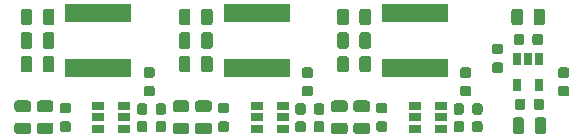
<source format=gbr>
G04 #@! TF.GenerationSoftware,KiCad,Pcbnew,(5.1.5)-3*
G04 #@! TF.CreationDate,2020-02-24T19:45:47-05:00*
G04 #@! TF.ProjectId,MiniiPS,4d696e69-6950-4532-9e6b-696361645f70,rev?*
G04 #@! TF.SameCoordinates,PX7641700PY5a995c0*
G04 #@! TF.FileFunction,Paste,Top*
G04 #@! TF.FilePolarity,Positive*
%FSLAX46Y46*%
G04 Gerber Fmt 4.6, Leading zero omitted, Abs format (unit mm)*
G04 Created by KiCad (PCBNEW (5.1.5)-3) date 2020-02-24 19:45:47*
%MOMM*%
%LPD*%
G04 APERTURE LIST*
%ADD10R,1.060000X0.650000*%
%ADD11C,0.100000*%
%ADD12R,5.700000X1.600000*%
%ADD13R,0.650000X1.060000*%
G04 APERTURE END LIST*
D10*
X16900000Y-13000000D03*
X16900000Y-12050000D03*
X16900000Y-13950000D03*
X14700000Y-13950000D03*
X14700000Y-13000000D03*
X14700000Y-12050000D03*
X30300000Y-13000000D03*
X30300000Y-12050000D03*
X30300000Y-13950000D03*
X28100000Y-13950000D03*
X28100000Y-13000000D03*
X28100000Y-12050000D03*
X41500000Y-12050000D03*
X41500000Y-13000000D03*
X41500000Y-13950000D03*
X43700000Y-13950000D03*
X43700000Y-12050000D03*
X43700000Y-13000000D03*
D11*
G36*
X48777691Y-8351053D02*
G01*
X48798926Y-8354203D01*
X48819750Y-8359419D01*
X48839962Y-8366651D01*
X48859368Y-8375830D01*
X48877781Y-8386866D01*
X48895024Y-8399654D01*
X48910930Y-8414070D01*
X48925346Y-8429976D01*
X48938134Y-8447219D01*
X48949170Y-8465632D01*
X48958349Y-8485038D01*
X48965581Y-8505250D01*
X48970797Y-8526074D01*
X48973947Y-8547309D01*
X48975000Y-8568750D01*
X48975000Y-9006250D01*
X48973947Y-9027691D01*
X48970797Y-9048926D01*
X48965581Y-9069750D01*
X48958349Y-9089962D01*
X48949170Y-9109368D01*
X48938134Y-9127781D01*
X48925346Y-9145024D01*
X48910930Y-9160930D01*
X48895024Y-9175346D01*
X48877781Y-9188134D01*
X48859368Y-9199170D01*
X48839962Y-9208349D01*
X48819750Y-9215581D01*
X48798926Y-9220797D01*
X48777691Y-9223947D01*
X48756250Y-9225000D01*
X48243750Y-9225000D01*
X48222309Y-9223947D01*
X48201074Y-9220797D01*
X48180250Y-9215581D01*
X48160038Y-9208349D01*
X48140632Y-9199170D01*
X48122219Y-9188134D01*
X48104976Y-9175346D01*
X48089070Y-9160930D01*
X48074654Y-9145024D01*
X48061866Y-9127781D01*
X48050830Y-9109368D01*
X48041651Y-9089962D01*
X48034419Y-9069750D01*
X48029203Y-9048926D01*
X48026053Y-9027691D01*
X48025000Y-9006250D01*
X48025000Y-8568750D01*
X48026053Y-8547309D01*
X48029203Y-8526074D01*
X48034419Y-8505250D01*
X48041651Y-8485038D01*
X48050830Y-8465632D01*
X48061866Y-8447219D01*
X48074654Y-8429976D01*
X48089070Y-8414070D01*
X48104976Y-8399654D01*
X48122219Y-8386866D01*
X48140632Y-8375830D01*
X48160038Y-8366651D01*
X48180250Y-8359419D01*
X48201074Y-8354203D01*
X48222309Y-8351053D01*
X48243750Y-8350000D01*
X48756250Y-8350000D01*
X48777691Y-8351053D01*
G37*
G36*
X48777691Y-6776053D02*
G01*
X48798926Y-6779203D01*
X48819750Y-6784419D01*
X48839962Y-6791651D01*
X48859368Y-6800830D01*
X48877781Y-6811866D01*
X48895024Y-6824654D01*
X48910930Y-6839070D01*
X48925346Y-6854976D01*
X48938134Y-6872219D01*
X48949170Y-6890632D01*
X48958349Y-6910038D01*
X48965581Y-6930250D01*
X48970797Y-6951074D01*
X48973947Y-6972309D01*
X48975000Y-6993750D01*
X48975000Y-7431250D01*
X48973947Y-7452691D01*
X48970797Y-7473926D01*
X48965581Y-7494750D01*
X48958349Y-7514962D01*
X48949170Y-7534368D01*
X48938134Y-7552781D01*
X48925346Y-7570024D01*
X48910930Y-7585930D01*
X48895024Y-7600346D01*
X48877781Y-7613134D01*
X48859368Y-7624170D01*
X48839962Y-7633349D01*
X48819750Y-7640581D01*
X48798926Y-7645797D01*
X48777691Y-7648947D01*
X48756250Y-7650000D01*
X48243750Y-7650000D01*
X48222309Y-7648947D01*
X48201074Y-7645797D01*
X48180250Y-7640581D01*
X48160038Y-7633349D01*
X48140632Y-7624170D01*
X48122219Y-7613134D01*
X48104976Y-7600346D01*
X48089070Y-7585930D01*
X48074654Y-7570024D01*
X48061866Y-7552781D01*
X48050830Y-7534368D01*
X48041651Y-7514962D01*
X48034419Y-7494750D01*
X48029203Y-7473926D01*
X48026053Y-7452691D01*
X48025000Y-7431250D01*
X48025000Y-6993750D01*
X48026053Y-6972309D01*
X48029203Y-6951074D01*
X48034419Y-6930250D01*
X48041651Y-6910038D01*
X48050830Y-6890632D01*
X48061866Y-6872219D01*
X48074654Y-6854976D01*
X48089070Y-6839070D01*
X48104976Y-6824654D01*
X48122219Y-6811866D01*
X48140632Y-6800830D01*
X48160038Y-6791651D01*
X48180250Y-6784419D01*
X48201074Y-6779203D01*
X48222309Y-6776053D01*
X48243750Y-6775000D01*
X48756250Y-6775000D01*
X48777691Y-6776053D01*
G37*
G36*
X54377691Y-10351053D02*
G01*
X54398926Y-10354203D01*
X54419750Y-10359419D01*
X54439962Y-10366651D01*
X54459368Y-10375830D01*
X54477781Y-10386866D01*
X54495024Y-10399654D01*
X54510930Y-10414070D01*
X54525346Y-10429976D01*
X54538134Y-10447219D01*
X54549170Y-10465632D01*
X54558349Y-10485038D01*
X54565581Y-10505250D01*
X54570797Y-10526074D01*
X54573947Y-10547309D01*
X54575000Y-10568750D01*
X54575000Y-11006250D01*
X54573947Y-11027691D01*
X54570797Y-11048926D01*
X54565581Y-11069750D01*
X54558349Y-11089962D01*
X54549170Y-11109368D01*
X54538134Y-11127781D01*
X54525346Y-11145024D01*
X54510930Y-11160930D01*
X54495024Y-11175346D01*
X54477781Y-11188134D01*
X54459368Y-11199170D01*
X54439962Y-11208349D01*
X54419750Y-11215581D01*
X54398926Y-11220797D01*
X54377691Y-11223947D01*
X54356250Y-11225000D01*
X53843750Y-11225000D01*
X53822309Y-11223947D01*
X53801074Y-11220797D01*
X53780250Y-11215581D01*
X53760038Y-11208349D01*
X53740632Y-11199170D01*
X53722219Y-11188134D01*
X53704976Y-11175346D01*
X53689070Y-11160930D01*
X53674654Y-11145024D01*
X53661866Y-11127781D01*
X53650830Y-11109368D01*
X53641651Y-11089962D01*
X53634419Y-11069750D01*
X53629203Y-11048926D01*
X53626053Y-11027691D01*
X53625000Y-11006250D01*
X53625000Y-10568750D01*
X53626053Y-10547309D01*
X53629203Y-10526074D01*
X53634419Y-10505250D01*
X53641651Y-10485038D01*
X53650830Y-10465632D01*
X53661866Y-10447219D01*
X53674654Y-10429976D01*
X53689070Y-10414070D01*
X53704976Y-10399654D01*
X53722219Y-10386866D01*
X53740632Y-10375830D01*
X53760038Y-10366651D01*
X53780250Y-10359419D01*
X53801074Y-10354203D01*
X53822309Y-10351053D01*
X53843750Y-10350000D01*
X54356250Y-10350000D01*
X54377691Y-10351053D01*
G37*
G36*
X54377691Y-8776053D02*
G01*
X54398926Y-8779203D01*
X54419750Y-8784419D01*
X54439962Y-8791651D01*
X54459368Y-8800830D01*
X54477781Y-8811866D01*
X54495024Y-8824654D01*
X54510930Y-8839070D01*
X54525346Y-8854976D01*
X54538134Y-8872219D01*
X54549170Y-8890632D01*
X54558349Y-8910038D01*
X54565581Y-8930250D01*
X54570797Y-8951074D01*
X54573947Y-8972309D01*
X54575000Y-8993750D01*
X54575000Y-9431250D01*
X54573947Y-9452691D01*
X54570797Y-9473926D01*
X54565581Y-9494750D01*
X54558349Y-9514962D01*
X54549170Y-9534368D01*
X54538134Y-9552781D01*
X54525346Y-9570024D01*
X54510930Y-9585930D01*
X54495024Y-9600346D01*
X54477781Y-9613134D01*
X54459368Y-9624170D01*
X54439962Y-9633349D01*
X54419750Y-9640581D01*
X54398926Y-9645797D01*
X54377691Y-9648947D01*
X54356250Y-9650000D01*
X53843750Y-9650000D01*
X53822309Y-9648947D01*
X53801074Y-9645797D01*
X53780250Y-9640581D01*
X53760038Y-9633349D01*
X53740632Y-9624170D01*
X53722219Y-9613134D01*
X53704976Y-9600346D01*
X53689070Y-9585930D01*
X53674654Y-9570024D01*
X53661866Y-9552781D01*
X53650830Y-9534368D01*
X53641651Y-9514962D01*
X53634419Y-9494750D01*
X53629203Y-9473926D01*
X53626053Y-9452691D01*
X53625000Y-9431250D01*
X53625000Y-8993750D01*
X53626053Y-8972309D01*
X53629203Y-8951074D01*
X53634419Y-8930250D01*
X53641651Y-8910038D01*
X53650830Y-8890632D01*
X53661866Y-8872219D01*
X53674654Y-8854976D01*
X53689070Y-8839070D01*
X53704976Y-8824654D01*
X53722219Y-8811866D01*
X53740632Y-8800830D01*
X53760038Y-8791651D01*
X53780250Y-8784419D01*
X53801074Y-8779203D01*
X53822309Y-8776053D01*
X53843750Y-8775000D01*
X54356250Y-8775000D01*
X54377691Y-8776053D01*
G37*
G36*
X33627691Y-13326053D02*
G01*
X33648926Y-13329203D01*
X33669750Y-13334419D01*
X33689962Y-13341651D01*
X33709368Y-13350830D01*
X33727781Y-13361866D01*
X33745024Y-13374654D01*
X33760930Y-13389070D01*
X33775346Y-13404976D01*
X33788134Y-13422219D01*
X33799170Y-13440632D01*
X33808349Y-13460038D01*
X33815581Y-13480250D01*
X33820797Y-13501074D01*
X33823947Y-13522309D01*
X33825000Y-13543750D01*
X33825000Y-14056250D01*
X33823947Y-14077691D01*
X33820797Y-14098926D01*
X33815581Y-14119750D01*
X33808349Y-14139962D01*
X33799170Y-14159368D01*
X33788134Y-14177781D01*
X33775346Y-14195024D01*
X33760930Y-14210930D01*
X33745024Y-14225346D01*
X33727781Y-14238134D01*
X33709368Y-14249170D01*
X33689962Y-14258349D01*
X33669750Y-14265581D01*
X33648926Y-14270797D01*
X33627691Y-14273947D01*
X33606250Y-14275000D01*
X33168750Y-14275000D01*
X33147309Y-14273947D01*
X33126074Y-14270797D01*
X33105250Y-14265581D01*
X33085038Y-14258349D01*
X33065632Y-14249170D01*
X33047219Y-14238134D01*
X33029976Y-14225346D01*
X33014070Y-14210930D01*
X32999654Y-14195024D01*
X32986866Y-14177781D01*
X32975830Y-14159368D01*
X32966651Y-14139962D01*
X32959419Y-14119750D01*
X32954203Y-14098926D01*
X32951053Y-14077691D01*
X32950000Y-14056250D01*
X32950000Y-13543750D01*
X32951053Y-13522309D01*
X32954203Y-13501074D01*
X32959419Y-13480250D01*
X32966651Y-13460038D01*
X32975830Y-13440632D01*
X32986866Y-13422219D01*
X32999654Y-13404976D01*
X33014070Y-13389070D01*
X33029976Y-13374654D01*
X33047219Y-13361866D01*
X33065632Y-13350830D01*
X33085038Y-13341651D01*
X33105250Y-13334419D01*
X33126074Y-13329203D01*
X33147309Y-13326053D01*
X33168750Y-13325000D01*
X33606250Y-13325000D01*
X33627691Y-13326053D01*
G37*
G36*
X32052691Y-13326053D02*
G01*
X32073926Y-13329203D01*
X32094750Y-13334419D01*
X32114962Y-13341651D01*
X32134368Y-13350830D01*
X32152781Y-13361866D01*
X32170024Y-13374654D01*
X32185930Y-13389070D01*
X32200346Y-13404976D01*
X32213134Y-13422219D01*
X32224170Y-13440632D01*
X32233349Y-13460038D01*
X32240581Y-13480250D01*
X32245797Y-13501074D01*
X32248947Y-13522309D01*
X32250000Y-13543750D01*
X32250000Y-14056250D01*
X32248947Y-14077691D01*
X32245797Y-14098926D01*
X32240581Y-14119750D01*
X32233349Y-14139962D01*
X32224170Y-14159368D01*
X32213134Y-14177781D01*
X32200346Y-14195024D01*
X32185930Y-14210930D01*
X32170024Y-14225346D01*
X32152781Y-14238134D01*
X32134368Y-14249170D01*
X32114962Y-14258349D01*
X32094750Y-14265581D01*
X32073926Y-14270797D01*
X32052691Y-14273947D01*
X32031250Y-14275000D01*
X31593750Y-14275000D01*
X31572309Y-14273947D01*
X31551074Y-14270797D01*
X31530250Y-14265581D01*
X31510038Y-14258349D01*
X31490632Y-14249170D01*
X31472219Y-14238134D01*
X31454976Y-14225346D01*
X31439070Y-14210930D01*
X31424654Y-14195024D01*
X31411866Y-14177781D01*
X31400830Y-14159368D01*
X31391651Y-14139962D01*
X31384419Y-14119750D01*
X31379203Y-14098926D01*
X31376053Y-14077691D01*
X31375000Y-14056250D01*
X31375000Y-13543750D01*
X31376053Y-13522309D01*
X31379203Y-13501074D01*
X31384419Y-13480250D01*
X31391651Y-13460038D01*
X31400830Y-13440632D01*
X31411866Y-13422219D01*
X31424654Y-13404976D01*
X31439070Y-13389070D01*
X31454976Y-13374654D01*
X31472219Y-13361866D01*
X31490632Y-13350830D01*
X31510038Y-13341651D01*
X31530250Y-13334419D01*
X31551074Y-13329203D01*
X31572309Y-13326053D01*
X31593750Y-13325000D01*
X32031250Y-13325000D01*
X32052691Y-13326053D01*
G37*
G36*
X24155142Y-3801174D02*
G01*
X24178803Y-3804684D01*
X24202007Y-3810496D01*
X24224529Y-3818554D01*
X24246153Y-3828782D01*
X24266670Y-3841079D01*
X24285883Y-3855329D01*
X24303607Y-3871393D01*
X24319671Y-3889117D01*
X24333921Y-3908330D01*
X24346218Y-3928847D01*
X24356446Y-3950471D01*
X24364504Y-3972993D01*
X24370316Y-3996197D01*
X24373826Y-4019858D01*
X24375000Y-4043750D01*
X24375000Y-4956250D01*
X24373826Y-4980142D01*
X24370316Y-5003803D01*
X24364504Y-5027007D01*
X24356446Y-5049529D01*
X24346218Y-5071153D01*
X24333921Y-5091670D01*
X24319671Y-5110883D01*
X24303607Y-5128607D01*
X24285883Y-5144671D01*
X24266670Y-5158921D01*
X24246153Y-5171218D01*
X24224529Y-5181446D01*
X24202007Y-5189504D01*
X24178803Y-5195316D01*
X24155142Y-5198826D01*
X24131250Y-5200000D01*
X23643750Y-5200000D01*
X23619858Y-5198826D01*
X23596197Y-5195316D01*
X23572993Y-5189504D01*
X23550471Y-5181446D01*
X23528847Y-5171218D01*
X23508330Y-5158921D01*
X23489117Y-5144671D01*
X23471393Y-5128607D01*
X23455329Y-5110883D01*
X23441079Y-5091670D01*
X23428782Y-5071153D01*
X23418554Y-5049529D01*
X23410496Y-5027007D01*
X23404684Y-5003803D01*
X23401174Y-4980142D01*
X23400000Y-4956250D01*
X23400000Y-4043750D01*
X23401174Y-4019858D01*
X23404684Y-3996197D01*
X23410496Y-3972993D01*
X23418554Y-3950471D01*
X23428782Y-3928847D01*
X23441079Y-3908330D01*
X23455329Y-3889117D01*
X23471393Y-3871393D01*
X23489117Y-3855329D01*
X23508330Y-3841079D01*
X23528847Y-3828782D01*
X23550471Y-3818554D01*
X23572993Y-3810496D01*
X23596197Y-3804684D01*
X23619858Y-3801174D01*
X23643750Y-3800000D01*
X24131250Y-3800000D01*
X24155142Y-3801174D01*
G37*
G36*
X22280142Y-3801174D02*
G01*
X22303803Y-3804684D01*
X22327007Y-3810496D01*
X22349529Y-3818554D01*
X22371153Y-3828782D01*
X22391670Y-3841079D01*
X22410883Y-3855329D01*
X22428607Y-3871393D01*
X22444671Y-3889117D01*
X22458921Y-3908330D01*
X22471218Y-3928847D01*
X22481446Y-3950471D01*
X22489504Y-3972993D01*
X22495316Y-3996197D01*
X22498826Y-4019858D01*
X22500000Y-4043750D01*
X22500000Y-4956250D01*
X22498826Y-4980142D01*
X22495316Y-5003803D01*
X22489504Y-5027007D01*
X22481446Y-5049529D01*
X22471218Y-5071153D01*
X22458921Y-5091670D01*
X22444671Y-5110883D01*
X22428607Y-5128607D01*
X22410883Y-5144671D01*
X22391670Y-5158921D01*
X22371153Y-5171218D01*
X22349529Y-5181446D01*
X22327007Y-5189504D01*
X22303803Y-5195316D01*
X22280142Y-5198826D01*
X22256250Y-5200000D01*
X21768750Y-5200000D01*
X21744858Y-5198826D01*
X21721197Y-5195316D01*
X21697993Y-5189504D01*
X21675471Y-5181446D01*
X21653847Y-5171218D01*
X21633330Y-5158921D01*
X21614117Y-5144671D01*
X21596393Y-5128607D01*
X21580329Y-5110883D01*
X21566079Y-5091670D01*
X21553782Y-5071153D01*
X21543554Y-5049529D01*
X21535496Y-5027007D01*
X21529684Y-5003803D01*
X21526174Y-4980142D01*
X21525000Y-4956250D01*
X21525000Y-4043750D01*
X21526174Y-4019858D01*
X21529684Y-3996197D01*
X21535496Y-3972993D01*
X21543554Y-3950471D01*
X21553782Y-3928847D01*
X21566079Y-3908330D01*
X21580329Y-3889117D01*
X21596393Y-3871393D01*
X21614117Y-3855329D01*
X21633330Y-3841079D01*
X21653847Y-3828782D01*
X21675471Y-3818554D01*
X21697993Y-3810496D01*
X21721197Y-3804684D01*
X21744858Y-3801174D01*
X21768750Y-3800000D01*
X22256250Y-3800000D01*
X22280142Y-3801174D01*
G37*
G36*
X37555142Y-3801174D02*
G01*
X37578803Y-3804684D01*
X37602007Y-3810496D01*
X37624529Y-3818554D01*
X37646153Y-3828782D01*
X37666670Y-3841079D01*
X37685883Y-3855329D01*
X37703607Y-3871393D01*
X37719671Y-3889117D01*
X37733921Y-3908330D01*
X37746218Y-3928847D01*
X37756446Y-3950471D01*
X37764504Y-3972993D01*
X37770316Y-3996197D01*
X37773826Y-4019858D01*
X37775000Y-4043750D01*
X37775000Y-4956250D01*
X37773826Y-4980142D01*
X37770316Y-5003803D01*
X37764504Y-5027007D01*
X37756446Y-5049529D01*
X37746218Y-5071153D01*
X37733921Y-5091670D01*
X37719671Y-5110883D01*
X37703607Y-5128607D01*
X37685883Y-5144671D01*
X37666670Y-5158921D01*
X37646153Y-5171218D01*
X37624529Y-5181446D01*
X37602007Y-5189504D01*
X37578803Y-5195316D01*
X37555142Y-5198826D01*
X37531250Y-5200000D01*
X37043750Y-5200000D01*
X37019858Y-5198826D01*
X36996197Y-5195316D01*
X36972993Y-5189504D01*
X36950471Y-5181446D01*
X36928847Y-5171218D01*
X36908330Y-5158921D01*
X36889117Y-5144671D01*
X36871393Y-5128607D01*
X36855329Y-5110883D01*
X36841079Y-5091670D01*
X36828782Y-5071153D01*
X36818554Y-5049529D01*
X36810496Y-5027007D01*
X36804684Y-5003803D01*
X36801174Y-4980142D01*
X36800000Y-4956250D01*
X36800000Y-4043750D01*
X36801174Y-4019858D01*
X36804684Y-3996197D01*
X36810496Y-3972993D01*
X36818554Y-3950471D01*
X36828782Y-3928847D01*
X36841079Y-3908330D01*
X36855329Y-3889117D01*
X36871393Y-3871393D01*
X36889117Y-3855329D01*
X36908330Y-3841079D01*
X36928847Y-3828782D01*
X36950471Y-3818554D01*
X36972993Y-3810496D01*
X36996197Y-3804684D01*
X37019858Y-3801174D01*
X37043750Y-3800000D01*
X37531250Y-3800000D01*
X37555142Y-3801174D01*
G37*
G36*
X35680142Y-3801174D02*
G01*
X35703803Y-3804684D01*
X35727007Y-3810496D01*
X35749529Y-3818554D01*
X35771153Y-3828782D01*
X35791670Y-3841079D01*
X35810883Y-3855329D01*
X35828607Y-3871393D01*
X35844671Y-3889117D01*
X35858921Y-3908330D01*
X35871218Y-3928847D01*
X35881446Y-3950471D01*
X35889504Y-3972993D01*
X35895316Y-3996197D01*
X35898826Y-4019858D01*
X35900000Y-4043750D01*
X35900000Y-4956250D01*
X35898826Y-4980142D01*
X35895316Y-5003803D01*
X35889504Y-5027007D01*
X35881446Y-5049529D01*
X35871218Y-5071153D01*
X35858921Y-5091670D01*
X35844671Y-5110883D01*
X35828607Y-5128607D01*
X35810883Y-5144671D01*
X35791670Y-5158921D01*
X35771153Y-5171218D01*
X35749529Y-5181446D01*
X35727007Y-5189504D01*
X35703803Y-5195316D01*
X35680142Y-5198826D01*
X35656250Y-5200000D01*
X35168750Y-5200000D01*
X35144858Y-5198826D01*
X35121197Y-5195316D01*
X35097993Y-5189504D01*
X35075471Y-5181446D01*
X35053847Y-5171218D01*
X35033330Y-5158921D01*
X35014117Y-5144671D01*
X34996393Y-5128607D01*
X34980329Y-5110883D01*
X34966079Y-5091670D01*
X34953782Y-5071153D01*
X34943554Y-5049529D01*
X34935496Y-5027007D01*
X34929684Y-5003803D01*
X34926174Y-4980142D01*
X34925000Y-4956250D01*
X34925000Y-4043750D01*
X34926174Y-4019858D01*
X34929684Y-3996197D01*
X34935496Y-3972993D01*
X34943554Y-3950471D01*
X34953782Y-3928847D01*
X34966079Y-3908330D01*
X34980329Y-3889117D01*
X34996393Y-3871393D01*
X35014117Y-3855329D01*
X35033330Y-3841079D01*
X35053847Y-3828782D01*
X35075471Y-3818554D01*
X35097993Y-3810496D01*
X35121197Y-3804684D01*
X35144858Y-3801174D01*
X35168750Y-3800000D01*
X35656250Y-3800000D01*
X35680142Y-3801174D01*
G37*
G36*
X38977691Y-11776053D02*
G01*
X38998926Y-11779203D01*
X39019750Y-11784419D01*
X39039962Y-11791651D01*
X39059368Y-11800830D01*
X39077781Y-11811866D01*
X39095024Y-11824654D01*
X39110930Y-11839070D01*
X39125346Y-11854976D01*
X39138134Y-11872219D01*
X39149170Y-11890632D01*
X39158349Y-11910038D01*
X39165581Y-11930250D01*
X39170797Y-11951074D01*
X39173947Y-11972309D01*
X39175000Y-11993750D01*
X39175000Y-12431250D01*
X39173947Y-12452691D01*
X39170797Y-12473926D01*
X39165581Y-12494750D01*
X39158349Y-12514962D01*
X39149170Y-12534368D01*
X39138134Y-12552781D01*
X39125346Y-12570024D01*
X39110930Y-12585930D01*
X39095024Y-12600346D01*
X39077781Y-12613134D01*
X39059368Y-12624170D01*
X39039962Y-12633349D01*
X39019750Y-12640581D01*
X38998926Y-12645797D01*
X38977691Y-12648947D01*
X38956250Y-12650000D01*
X38443750Y-12650000D01*
X38422309Y-12648947D01*
X38401074Y-12645797D01*
X38380250Y-12640581D01*
X38360038Y-12633349D01*
X38340632Y-12624170D01*
X38322219Y-12613134D01*
X38304976Y-12600346D01*
X38289070Y-12585930D01*
X38274654Y-12570024D01*
X38261866Y-12552781D01*
X38250830Y-12534368D01*
X38241651Y-12514962D01*
X38234419Y-12494750D01*
X38229203Y-12473926D01*
X38226053Y-12452691D01*
X38225000Y-12431250D01*
X38225000Y-11993750D01*
X38226053Y-11972309D01*
X38229203Y-11951074D01*
X38234419Y-11930250D01*
X38241651Y-11910038D01*
X38250830Y-11890632D01*
X38261866Y-11872219D01*
X38274654Y-11854976D01*
X38289070Y-11839070D01*
X38304976Y-11824654D01*
X38322219Y-11811866D01*
X38340632Y-11800830D01*
X38360038Y-11791651D01*
X38380250Y-11784419D01*
X38401074Y-11779203D01*
X38422309Y-11776053D01*
X38443750Y-11775000D01*
X38956250Y-11775000D01*
X38977691Y-11776053D01*
G37*
G36*
X38977691Y-13351053D02*
G01*
X38998926Y-13354203D01*
X39019750Y-13359419D01*
X39039962Y-13366651D01*
X39059368Y-13375830D01*
X39077781Y-13386866D01*
X39095024Y-13399654D01*
X39110930Y-13414070D01*
X39125346Y-13429976D01*
X39138134Y-13447219D01*
X39149170Y-13465632D01*
X39158349Y-13485038D01*
X39165581Y-13505250D01*
X39170797Y-13526074D01*
X39173947Y-13547309D01*
X39175000Y-13568750D01*
X39175000Y-14006250D01*
X39173947Y-14027691D01*
X39170797Y-14048926D01*
X39165581Y-14069750D01*
X39158349Y-14089962D01*
X39149170Y-14109368D01*
X39138134Y-14127781D01*
X39125346Y-14145024D01*
X39110930Y-14160930D01*
X39095024Y-14175346D01*
X39077781Y-14188134D01*
X39059368Y-14199170D01*
X39039962Y-14208349D01*
X39019750Y-14215581D01*
X38998926Y-14220797D01*
X38977691Y-14223947D01*
X38956250Y-14225000D01*
X38443750Y-14225000D01*
X38422309Y-14223947D01*
X38401074Y-14220797D01*
X38380250Y-14215581D01*
X38360038Y-14208349D01*
X38340632Y-14199170D01*
X38322219Y-14188134D01*
X38304976Y-14175346D01*
X38289070Y-14160930D01*
X38274654Y-14145024D01*
X38261866Y-14127781D01*
X38250830Y-14109368D01*
X38241651Y-14089962D01*
X38234419Y-14069750D01*
X38229203Y-14048926D01*
X38226053Y-14027691D01*
X38225000Y-14006250D01*
X38225000Y-13568750D01*
X38226053Y-13547309D01*
X38229203Y-13526074D01*
X38234419Y-13505250D01*
X38241651Y-13485038D01*
X38250830Y-13465632D01*
X38261866Y-13447219D01*
X38274654Y-13429976D01*
X38289070Y-13414070D01*
X38304976Y-13399654D01*
X38322219Y-13386866D01*
X38340632Y-13375830D01*
X38360038Y-13366651D01*
X38380250Y-13359419D01*
X38401074Y-13354203D01*
X38422309Y-13351053D01*
X38443750Y-13350000D01*
X38956250Y-13350000D01*
X38977691Y-13351053D01*
G37*
G36*
X37555142Y-7801174D02*
G01*
X37578803Y-7804684D01*
X37602007Y-7810496D01*
X37624529Y-7818554D01*
X37646153Y-7828782D01*
X37666670Y-7841079D01*
X37685883Y-7855329D01*
X37703607Y-7871393D01*
X37719671Y-7889117D01*
X37733921Y-7908330D01*
X37746218Y-7928847D01*
X37756446Y-7950471D01*
X37764504Y-7972993D01*
X37770316Y-7996197D01*
X37773826Y-8019858D01*
X37775000Y-8043750D01*
X37775000Y-8956250D01*
X37773826Y-8980142D01*
X37770316Y-9003803D01*
X37764504Y-9027007D01*
X37756446Y-9049529D01*
X37746218Y-9071153D01*
X37733921Y-9091670D01*
X37719671Y-9110883D01*
X37703607Y-9128607D01*
X37685883Y-9144671D01*
X37666670Y-9158921D01*
X37646153Y-9171218D01*
X37624529Y-9181446D01*
X37602007Y-9189504D01*
X37578803Y-9195316D01*
X37555142Y-9198826D01*
X37531250Y-9200000D01*
X37043750Y-9200000D01*
X37019858Y-9198826D01*
X36996197Y-9195316D01*
X36972993Y-9189504D01*
X36950471Y-9181446D01*
X36928847Y-9171218D01*
X36908330Y-9158921D01*
X36889117Y-9144671D01*
X36871393Y-9128607D01*
X36855329Y-9110883D01*
X36841079Y-9091670D01*
X36828782Y-9071153D01*
X36818554Y-9049529D01*
X36810496Y-9027007D01*
X36804684Y-9003803D01*
X36801174Y-8980142D01*
X36800000Y-8956250D01*
X36800000Y-8043750D01*
X36801174Y-8019858D01*
X36804684Y-7996197D01*
X36810496Y-7972993D01*
X36818554Y-7950471D01*
X36828782Y-7928847D01*
X36841079Y-7908330D01*
X36855329Y-7889117D01*
X36871393Y-7871393D01*
X36889117Y-7855329D01*
X36908330Y-7841079D01*
X36928847Y-7828782D01*
X36950471Y-7818554D01*
X36972993Y-7810496D01*
X36996197Y-7804684D01*
X37019858Y-7801174D01*
X37043750Y-7800000D01*
X37531250Y-7800000D01*
X37555142Y-7801174D01*
G37*
G36*
X35680142Y-7801174D02*
G01*
X35703803Y-7804684D01*
X35727007Y-7810496D01*
X35749529Y-7818554D01*
X35771153Y-7828782D01*
X35791670Y-7841079D01*
X35810883Y-7855329D01*
X35828607Y-7871393D01*
X35844671Y-7889117D01*
X35858921Y-7908330D01*
X35871218Y-7928847D01*
X35881446Y-7950471D01*
X35889504Y-7972993D01*
X35895316Y-7996197D01*
X35898826Y-8019858D01*
X35900000Y-8043750D01*
X35900000Y-8956250D01*
X35898826Y-8980142D01*
X35895316Y-9003803D01*
X35889504Y-9027007D01*
X35881446Y-9049529D01*
X35871218Y-9071153D01*
X35858921Y-9091670D01*
X35844671Y-9110883D01*
X35828607Y-9128607D01*
X35810883Y-9144671D01*
X35791670Y-9158921D01*
X35771153Y-9171218D01*
X35749529Y-9181446D01*
X35727007Y-9189504D01*
X35703803Y-9195316D01*
X35680142Y-9198826D01*
X35656250Y-9200000D01*
X35168750Y-9200000D01*
X35144858Y-9198826D01*
X35121197Y-9195316D01*
X35097993Y-9189504D01*
X35075471Y-9181446D01*
X35053847Y-9171218D01*
X35033330Y-9158921D01*
X35014117Y-9144671D01*
X34996393Y-9128607D01*
X34980329Y-9110883D01*
X34966079Y-9091670D01*
X34953782Y-9071153D01*
X34943554Y-9049529D01*
X34935496Y-9027007D01*
X34929684Y-9003803D01*
X34926174Y-8980142D01*
X34925000Y-8956250D01*
X34925000Y-8043750D01*
X34926174Y-8019858D01*
X34929684Y-7996197D01*
X34935496Y-7972993D01*
X34943554Y-7950471D01*
X34953782Y-7928847D01*
X34966079Y-7908330D01*
X34980329Y-7889117D01*
X34996393Y-7871393D01*
X35014117Y-7855329D01*
X35033330Y-7841079D01*
X35053847Y-7828782D01*
X35075471Y-7818554D01*
X35097993Y-7810496D01*
X35121197Y-7804684D01*
X35144858Y-7801174D01*
X35168750Y-7800000D01*
X35656250Y-7800000D01*
X35680142Y-7801174D01*
G37*
G36*
X45452691Y-11826053D02*
G01*
X45473926Y-11829203D01*
X45494750Y-11834419D01*
X45514962Y-11841651D01*
X45534368Y-11850830D01*
X45552781Y-11861866D01*
X45570024Y-11874654D01*
X45585930Y-11889070D01*
X45600346Y-11904976D01*
X45613134Y-11922219D01*
X45624170Y-11940632D01*
X45633349Y-11960038D01*
X45640581Y-11980250D01*
X45645797Y-12001074D01*
X45648947Y-12022309D01*
X45650000Y-12043750D01*
X45650000Y-12556250D01*
X45648947Y-12577691D01*
X45645797Y-12598926D01*
X45640581Y-12619750D01*
X45633349Y-12639962D01*
X45624170Y-12659368D01*
X45613134Y-12677781D01*
X45600346Y-12695024D01*
X45585930Y-12710930D01*
X45570024Y-12725346D01*
X45552781Y-12738134D01*
X45534368Y-12749170D01*
X45514962Y-12758349D01*
X45494750Y-12765581D01*
X45473926Y-12770797D01*
X45452691Y-12773947D01*
X45431250Y-12775000D01*
X44993750Y-12775000D01*
X44972309Y-12773947D01*
X44951074Y-12770797D01*
X44930250Y-12765581D01*
X44910038Y-12758349D01*
X44890632Y-12749170D01*
X44872219Y-12738134D01*
X44854976Y-12725346D01*
X44839070Y-12710930D01*
X44824654Y-12695024D01*
X44811866Y-12677781D01*
X44800830Y-12659368D01*
X44791651Y-12639962D01*
X44784419Y-12619750D01*
X44779203Y-12598926D01*
X44776053Y-12577691D01*
X44775000Y-12556250D01*
X44775000Y-12043750D01*
X44776053Y-12022309D01*
X44779203Y-12001074D01*
X44784419Y-11980250D01*
X44791651Y-11960038D01*
X44800830Y-11940632D01*
X44811866Y-11922219D01*
X44824654Y-11904976D01*
X44839070Y-11889070D01*
X44854976Y-11874654D01*
X44872219Y-11861866D01*
X44890632Y-11850830D01*
X44910038Y-11841651D01*
X44930250Y-11834419D01*
X44951074Y-11829203D01*
X44972309Y-11826053D01*
X44993750Y-11825000D01*
X45431250Y-11825000D01*
X45452691Y-11826053D01*
G37*
G36*
X47027691Y-11826053D02*
G01*
X47048926Y-11829203D01*
X47069750Y-11834419D01*
X47089962Y-11841651D01*
X47109368Y-11850830D01*
X47127781Y-11861866D01*
X47145024Y-11874654D01*
X47160930Y-11889070D01*
X47175346Y-11904976D01*
X47188134Y-11922219D01*
X47199170Y-11940632D01*
X47208349Y-11960038D01*
X47215581Y-11980250D01*
X47220797Y-12001074D01*
X47223947Y-12022309D01*
X47225000Y-12043750D01*
X47225000Y-12556250D01*
X47223947Y-12577691D01*
X47220797Y-12598926D01*
X47215581Y-12619750D01*
X47208349Y-12639962D01*
X47199170Y-12659368D01*
X47188134Y-12677781D01*
X47175346Y-12695024D01*
X47160930Y-12710930D01*
X47145024Y-12725346D01*
X47127781Y-12738134D01*
X47109368Y-12749170D01*
X47089962Y-12758349D01*
X47069750Y-12765581D01*
X47048926Y-12770797D01*
X47027691Y-12773947D01*
X47006250Y-12775000D01*
X46568750Y-12775000D01*
X46547309Y-12773947D01*
X46526074Y-12770797D01*
X46505250Y-12765581D01*
X46485038Y-12758349D01*
X46465632Y-12749170D01*
X46447219Y-12738134D01*
X46429976Y-12725346D01*
X46414070Y-12710930D01*
X46399654Y-12695024D01*
X46386866Y-12677781D01*
X46375830Y-12659368D01*
X46366651Y-12639962D01*
X46359419Y-12619750D01*
X46354203Y-12598926D01*
X46351053Y-12577691D01*
X46350000Y-12556250D01*
X46350000Y-12043750D01*
X46351053Y-12022309D01*
X46354203Y-12001074D01*
X46359419Y-11980250D01*
X46366651Y-11960038D01*
X46375830Y-11940632D01*
X46386866Y-11922219D01*
X46399654Y-11904976D01*
X46414070Y-11889070D01*
X46429976Y-11874654D01*
X46447219Y-11861866D01*
X46465632Y-11850830D01*
X46485038Y-11841651D01*
X46505250Y-11834419D01*
X46526074Y-11829203D01*
X46547309Y-11826053D01*
X46568750Y-11825000D01*
X47006250Y-11825000D01*
X47027691Y-11826053D01*
G37*
G36*
X37480142Y-13451174D02*
G01*
X37503803Y-13454684D01*
X37527007Y-13460496D01*
X37549529Y-13468554D01*
X37571153Y-13478782D01*
X37591670Y-13491079D01*
X37610883Y-13505329D01*
X37628607Y-13521393D01*
X37644671Y-13539117D01*
X37658921Y-13558330D01*
X37671218Y-13578847D01*
X37681446Y-13600471D01*
X37689504Y-13622993D01*
X37695316Y-13646197D01*
X37698826Y-13669858D01*
X37700000Y-13693750D01*
X37700000Y-14181250D01*
X37698826Y-14205142D01*
X37695316Y-14228803D01*
X37689504Y-14252007D01*
X37681446Y-14274529D01*
X37671218Y-14296153D01*
X37658921Y-14316670D01*
X37644671Y-14335883D01*
X37628607Y-14353607D01*
X37610883Y-14369671D01*
X37591670Y-14383921D01*
X37571153Y-14396218D01*
X37549529Y-14406446D01*
X37527007Y-14414504D01*
X37503803Y-14420316D01*
X37480142Y-14423826D01*
X37456250Y-14425000D01*
X36543750Y-14425000D01*
X36519858Y-14423826D01*
X36496197Y-14420316D01*
X36472993Y-14414504D01*
X36450471Y-14406446D01*
X36428847Y-14396218D01*
X36408330Y-14383921D01*
X36389117Y-14369671D01*
X36371393Y-14353607D01*
X36355329Y-14335883D01*
X36341079Y-14316670D01*
X36328782Y-14296153D01*
X36318554Y-14274529D01*
X36310496Y-14252007D01*
X36304684Y-14228803D01*
X36301174Y-14205142D01*
X36300000Y-14181250D01*
X36300000Y-13693750D01*
X36301174Y-13669858D01*
X36304684Y-13646197D01*
X36310496Y-13622993D01*
X36318554Y-13600471D01*
X36328782Y-13578847D01*
X36341079Y-13558330D01*
X36355329Y-13539117D01*
X36371393Y-13521393D01*
X36389117Y-13505329D01*
X36408330Y-13491079D01*
X36428847Y-13478782D01*
X36450471Y-13468554D01*
X36472993Y-13460496D01*
X36496197Y-13454684D01*
X36519858Y-13451174D01*
X36543750Y-13450000D01*
X37456250Y-13450000D01*
X37480142Y-13451174D01*
G37*
G36*
X37480142Y-11576174D02*
G01*
X37503803Y-11579684D01*
X37527007Y-11585496D01*
X37549529Y-11593554D01*
X37571153Y-11603782D01*
X37591670Y-11616079D01*
X37610883Y-11630329D01*
X37628607Y-11646393D01*
X37644671Y-11664117D01*
X37658921Y-11683330D01*
X37671218Y-11703847D01*
X37681446Y-11725471D01*
X37689504Y-11747993D01*
X37695316Y-11771197D01*
X37698826Y-11794858D01*
X37700000Y-11818750D01*
X37700000Y-12306250D01*
X37698826Y-12330142D01*
X37695316Y-12353803D01*
X37689504Y-12377007D01*
X37681446Y-12399529D01*
X37671218Y-12421153D01*
X37658921Y-12441670D01*
X37644671Y-12460883D01*
X37628607Y-12478607D01*
X37610883Y-12494671D01*
X37591670Y-12508921D01*
X37571153Y-12521218D01*
X37549529Y-12531446D01*
X37527007Y-12539504D01*
X37503803Y-12545316D01*
X37480142Y-12548826D01*
X37456250Y-12550000D01*
X36543750Y-12550000D01*
X36519858Y-12548826D01*
X36496197Y-12545316D01*
X36472993Y-12539504D01*
X36450471Y-12531446D01*
X36428847Y-12521218D01*
X36408330Y-12508921D01*
X36389117Y-12494671D01*
X36371393Y-12478607D01*
X36355329Y-12460883D01*
X36341079Y-12441670D01*
X36328782Y-12421153D01*
X36318554Y-12399529D01*
X36310496Y-12377007D01*
X36304684Y-12353803D01*
X36301174Y-12330142D01*
X36300000Y-12306250D01*
X36300000Y-11818750D01*
X36301174Y-11794858D01*
X36304684Y-11771197D01*
X36310496Y-11747993D01*
X36318554Y-11725471D01*
X36328782Y-11703847D01*
X36341079Y-11683330D01*
X36355329Y-11664117D01*
X36371393Y-11646393D01*
X36389117Y-11630329D01*
X36408330Y-11616079D01*
X36428847Y-11603782D01*
X36450471Y-11593554D01*
X36472993Y-11585496D01*
X36496197Y-11579684D01*
X36519858Y-11576174D01*
X36543750Y-11575000D01*
X37456250Y-11575000D01*
X37480142Y-11576174D01*
G37*
D12*
X41500000Y-8850000D03*
X41500000Y-4150000D03*
D11*
G36*
X35580142Y-13451174D02*
G01*
X35603803Y-13454684D01*
X35627007Y-13460496D01*
X35649529Y-13468554D01*
X35671153Y-13478782D01*
X35691670Y-13491079D01*
X35710883Y-13505329D01*
X35728607Y-13521393D01*
X35744671Y-13539117D01*
X35758921Y-13558330D01*
X35771218Y-13578847D01*
X35781446Y-13600471D01*
X35789504Y-13622993D01*
X35795316Y-13646197D01*
X35798826Y-13669858D01*
X35800000Y-13693750D01*
X35800000Y-14181250D01*
X35798826Y-14205142D01*
X35795316Y-14228803D01*
X35789504Y-14252007D01*
X35781446Y-14274529D01*
X35771218Y-14296153D01*
X35758921Y-14316670D01*
X35744671Y-14335883D01*
X35728607Y-14353607D01*
X35710883Y-14369671D01*
X35691670Y-14383921D01*
X35671153Y-14396218D01*
X35649529Y-14406446D01*
X35627007Y-14414504D01*
X35603803Y-14420316D01*
X35580142Y-14423826D01*
X35556250Y-14425000D01*
X34643750Y-14425000D01*
X34619858Y-14423826D01*
X34596197Y-14420316D01*
X34572993Y-14414504D01*
X34550471Y-14406446D01*
X34528847Y-14396218D01*
X34508330Y-14383921D01*
X34489117Y-14369671D01*
X34471393Y-14353607D01*
X34455329Y-14335883D01*
X34441079Y-14316670D01*
X34428782Y-14296153D01*
X34418554Y-14274529D01*
X34410496Y-14252007D01*
X34404684Y-14228803D01*
X34401174Y-14205142D01*
X34400000Y-14181250D01*
X34400000Y-13693750D01*
X34401174Y-13669858D01*
X34404684Y-13646197D01*
X34410496Y-13622993D01*
X34418554Y-13600471D01*
X34428782Y-13578847D01*
X34441079Y-13558330D01*
X34455329Y-13539117D01*
X34471393Y-13521393D01*
X34489117Y-13505329D01*
X34508330Y-13491079D01*
X34528847Y-13478782D01*
X34550471Y-13468554D01*
X34572993Y-13460496D01*
X34596197Y-13454684D01*
X34619858Y-13451174D01*
X34643750Y-13450000D01*
X35556250Y-13450000D01*
X35580142Y-13451174D01*
G37*
G36*
X35580142Y-11576174D02*
G01*
X35603803Y-11579684D01*
X35627007Y-11585496D01*
X35649529Y-11593554D01*
X35671153Y-11603782D01*
X35691670Y-11616079D01*
X35710883Y-11630329D01*
X35728607Y-11646393D01*
X35744671Y-11664117D01*
X35758921Y-11683330D01*
X35771218Y-11703847D01*
X35781446Y-11725471D01*
X35789504Y-11747993D01*
X35795316Y-11771197D01*
X35798826Y-11794858D01*
X35800000Y-11818750D01*
X35800000Y-12306250D01*
X35798826Y-12330142D01*
X35795316Y-12353803D01*
X35789504Y-12377007D01*
X35781446Y-12399529D01*
X35771218Y-12421153D01*
X35758921Y-12441670D01*
X35744671Y-12460883D01*
X35728607Y-12478607D01*
X35710883Y-12494671D01*
X35691670Y-12508921D01*
X35671153Y-12521218D01*
X35649529Y-12531446D01*
X35627007Y-12539504D01*
X35603803Y-12545316D01*
X35580142Y-12548826D01*
X35556250Y-12550000D01*
X34643750Y-12550000D01*
X34619858Y-12548826D01*
X34596197Y-12545316D01*
X34572993Y-12539504D01*
X34550471Y-12531446D01*
X34528847Y-12521218D01*
X34508330Y-12508921D01*
X34489117Y-12494671D01*
X34471393Y-12478607D01*
X34455329Y-12460883D01*
X34441079Y-12441670D01*
X34428782Y-12421153D01*
X34418554Y-12399529D01*
X34410496Y-12377007D01*
X34404684Y-12353803D01*
X34401174Y-12330142D01*
X34400000Y-12306250D01*
X34400000Y-11818750D01*
X34401174Y-11794858D01*
X34404684Y-11771197D01*
X34410496Y-11747993D01*
X34418554Y-11725471D01*
X34428782Y-11703847D01*
X34441079Y-11683330D01*
X34455329Y-11664117D01*
X34471393Y-11646393D01*
X34489117Y-11630329D01*
X34508330Y-11616079D01*
X34528847Y-11603782D01*
X34550471Y-11593554D01*
X34572993Y-11585496D01*
X34596197Y-11579684D01*
X34619858Y-11576174D01*
X34643750Y-11575000D01*
X35556250Y-11575000D01*
X35580142Y-11576174D01*
G37*
G36*
X37555142Y-5801174D02*
G01*
X37578803Y-5804684D01*
X37602007Y-5810496D01*
X37624529Y-5818554D01*
X37646153Y-5828782D01*
X37666670Y-5841079D01*
X37685883Y-5855329D01*
X37703607Y-5871393D01*
X37719671Y-5889117D01*
X37733921Y-5908330D01*
X37746218Y-5928847D01*
X37756446Y-5950471D01*
X37764504Y-5972993D01*
X37770316Y-5996197D01*
X37773826Y-6019858D01*
X37775000Y-6043750D01*
X37775000Y-6956250D01*
X37773826Y-6980142D01*
X37770316Y-7003803D01*
X37764504Y-7027007D01*
X37756446Y-7049529D01*
X37746218Y-7071153D01*
X37733921Y-7091670D01*
X37719671Y-7110883D01*
X37703607Y-7128607D01*
X37685883Y-7144671D01*
X37666670Y-7158921D01*
X37646153Y-7171218D01*
X37624529Y-7181446D01*
X37602007Y-7189504D01*
X37578803Y-7195316D01*
X37555142Y-7198826D01*
X37531250Y-7200000D01*
X37043750Y-7200000D01*
X37019858Y-7198826D01*
X36996197Y-7195316D01*
X36972993Y-7189504D01*
X36950471Y-7181446D01*
X36928847Y-7171218D01*
X36908330Y-7158921D01*
X36889117Y-7144671D01*
X36871393Y-7128607D01*
X36855329Y-7110883D01*
X36841079Y-7091670D01*
X36828782Y-7071153D01*
X36818554Y-7049529D01*
X36810496Y-7027007D01*
X36804684Y-7003803D01*
X36801174Y-6980142D01*
X36800000Y-6956250D01*
X36800000Y-6043750D01*
X36801174Y-6019858D01*
X36804684Y-5996197D01*
X36810496Y-5972993D01*
X36818554Y-5950471D01*
X36828782Y-5928847D01*
X36841079Y-5908330D01*
X36855329Y-5889117D01*
X36871393Y-5871393D01*
X36889117Y-5855329D01*
X36908330Y-5841079D01*
X36928847Y-5828782D01*
X36950471Y-5818554D01*
X36972993Y-5810496D01*
X36996197Y-5804684D01*
X37019858Y-5801174D01*
X37043750Y-5800000D01*
X37531250Y-5800000D01*
X37555142Y-5801174D01*
G37*
G36*
X35680142Y-5801174D02*
G01*
X35703803Y-5804684D01*
X35727007Y-5810496D01*
X35749529Y-5818554D01*
X35771153Y-5828782D01*
X35791670Y-5841079D01*
X35810883Y-5855329D01*
X35828607Y-5871393D01*
X35844671Y-5889117D01*
X35858921Y-5908330D01*
X35871218Y-5928847D01*
X35881446Y-5950471D01*
X35889504Y-5972993D01*
X35895316Y-5996197D01*
X35898826Y-6019858D01*
X35900000Y-6043750D01*
X35900000Y-6956250D01*
X35898826Y-6980142D01*
X35895316Y-7003803D01*
X35889504Y-7027007D01*
X35881446Y-7049529D01*
X35871218Y-7071153D01*
X35858921Y-7091670D01*
X35844671Y-7110883D01*
X35828607Y-7128607D01*
X35810883Y-7144671D01*
X35791670Y-7158921D01*
X35771153Y-7171218D01*
X35749529Y-7181446D01*
X35727007Y-7189504D01*
X35703803Y-7195316D01*
X35680142Y-7198826D01*
X35656250Y-7200000D01*
X35168750Y-7200000D01*
X35144858Y-7198826D01*
X35121197Y-7195316D01*
X35097993Y-7189504D01*
X35075471Y-7181446D01*
X35053847Y-7171218D01*
X35033330Y-7158921D01*
X35014117Y-7144671D01*
X34996393Y-7128607D01*
X34980329Y-7110883D01*
X34966079Y-7091670D01*
X34953782Y-7071153D01*
X34943554Y-7049529D01*
X34935496Y-7027007D01*
X34929684Y-7003803D01*
X34926174Y-6980142D01*
X34925000Y-6956250D01*
X34925000Y-6043750D01*
X34926174Y-6019858D01*
X34929684Y-5996197D01*
X34935496Y-5972993D01*
X34943554Y-5950471D01*
X34953782Y-5928847D01*
X34966079Y-5908330D01*
X34980329Y-5889117D01*
X34996393Y-5871393D01*
X35014117Y-5855329D01*
X35033330Y-5841079D01*
X35053847Y-5828782D01*
X35075471Y-5818554D01*
X35097993Y-5810496D01*
X35121197Y-5804684D01*
X35144858Y-5801174D01*
X35168750Y-5800000D01*
X35656250Y-5800000D01*
X35680142Y-5801174D01*
G37*
G36*
X46077691Y-8776053D02*
G01*
X46098926Y-8779203D01*
X46119750Y-8784419D01*
X46139962Y-8791651D01*
X46159368Y-8800830D01*
X46177781Y-8811866D01*
X46195024Y-8824654D01*
X46210930Y-8839070D01*
X46225346Y-8854976D01*
X46238134Y-8872219D01*
X46249170Y-8890632D01*
X46258349Y-8910038D01*
X46265581Y-8930250D01*
X46270797Y-8951074D01*
X46273947Y-8972309D01*
X46275000Y-8993750D01*
X46275000Y-9431250D01*
X46273947Y-9452691D01*
X46270797Y-9473926D01*
X46265581Y-9494750D01*
X46258349Y-9514962D01*
X46249170Y-9534368D01*
X46238134Y-9552781D01*
X46225346Y-9570024D01*
X46210930Y-9585930D01*
X46195024Y-9600346D01*
X46177781Y-9613134D01*
X46159368Y-9624170D01*
X46139962Y-9633349D01*
X46119750Y-9640581D01*
X46098926Y-9645797D01*
X46077691Y-9648947D01*
X46056250Y-9650000D01*
X45543750Y-9650000D01*
X45522309Y-9648947D01*
X45501074Y-9645797D01*
X45480250Y-9640581D01*
X45460038Y-9633349D01*
X45440632Y-9624170D01*
X45422219Y-9613134D01*
X45404976Y-9600346D01*
X45389070Y-9585930D01*
X45374654Y-9570024D01*
X45361866Y-9552781D01*
X45350830Y-9534368D01*
X45341651Y-9514962D01*
X45334419Y-9494750D01*
X45329203Y-9473926D01*
X45326053Y-9452691D01*
X45325000Y-9431250D01*
X45325000Y-8993750D01*
X45326053Y-8972309D01*
X45329203Y-8951074D01*
X45334419Y-8930250D01*
X45341651Y-8910038D01*
X45350830Y-8890632D01*
X45361866Y-8872219D01*
X45374654Y-8854976D01*
X45389070Y-8839070D01*
X45404976Y-8824654D01*
X45422219Y-8811866D01*
X45440632Y-8800830D01*
X45460038Y-8791651D01*
X45480250Y-8784419D01*
X45501074Y-8779203D01*
X45522309Y-8776053D01*
X45543750Y-8775000D01*
X46056250Y-8775000D01*
X46077691Y-8776053D01*
G37*
G36*
X46077691Y-10351053D02*
G01*
X46098926Y-10354203D01*
X46119750Y-10359419D01*
X46139962Y-10366651D01*
X46159368Y-10375830D01*
X46177781Y-10386866D01*
X46195024Y-10399654D01*
X46210930Y-10414070D01*
X46225346Y-10429976D01*
X46238134Y-10447219D01*
X46249170Y-10465632D01*
X46258349Y-10485038D01*
X46265581Y-10505250D01*
X46270797Y-10526074D01*
X46273947Y-10547309D01*
X46275000Y-10568750D01*
X46275000Y-11006250D01*
X46273947Y-11027691D01*
X46270797Y-11048926D01*
X46265581Y-11069750D01*
X46258349Y-11089962D01*
X46249170Y-11109368D01*
X46238134Y-11127781D01*
X46225346Y-11145024D01*
X46210930Y-11160930D01*
X46195024Y-11175346D01*
X46177781Y-11188134D01*
X46159368Y-11199170D01*
X46139962Y-11208349D01*
X46119750Y-11215581D01*
X46098926Y-11220797D01*
X46077691Y-11223947D01*
X46056250Y-11225000D01*
X45543750Y-11225000D01*
X45522309Y-11223947D01*
X45501074Y-11220797D01*
X45480250Y-11215581D01*
X45460038Y-11208349D01*
X45440632Y-11199170D01*
X45422219Y-11188134D01*
X45404976Y-11175346D01*
X45389070Y-11160930D01*
X45374654Y-11145024D01*
X45361866Y-11127781D01*
X45350830Y-11109368D01*
X45341651Y-11089962D01*
X45334419Y-11069750D01*
X45329203Y-11048926D01*
X45326053Y-11027691D01*
X45325000Y-11006250D01*
X45325000Y-10568750D01*
X45326053Y-10547309D01*
X45329203Y-10526074D01*
X45334419Y-10505250D01*
X45341651Y-10485038D01*
X45350830Y-10465632D01*
X45361866Y-10447219D01*
X45374654Y-10429976D01*
X45389070Y-10414070D01*
X45404976Y-10399654D01*
X45422219Y-10386866D01*
X45440632Y-10375830D01*
X45460038Y-10366651D01*
X45480250Y-10359419D01*
X45501074Y-10354203D01*
X45522309Y-10351053D01*
X45543750Y-10350000D01*
X46056250Y-10350000D01*
X46077691Y-10351053D01*
G37*
D12*
X28100000Y-8850000D03*
X28100000Y-4150000D03*
D11*
G36*
X45452691Y-13326053D02*
G01*
X45473926Y-13329203D01*
X45494750Y-13334419D01*
X45514962Y-13341651D01*
X45534368Y-13350830D01*
X45552781Y-13361866D01*
X45570024Y-13374654D01*
X45585930Y-13389070D01*
X45600346Y-13404976D01*
X45613134Y-13422219D01*
X45624170Y-13440632D01*
X45633349Y-13460038D01*
X45640581Y-13480250D01*
X45645797Y-13501074D01*
X45648947Y-13522309D01*
X45650000Y-13543750D01*
X45650000Y-14056250D01*
X45648947Y-14077691D01*
X45645797Y-14098926D01*
X45640581Y-14119750D01*
X45633349Y-14139962D01*
X45624170Y-14159368D01*
X45613134Y-14177781D01*
X45600346Y-14195024D01*
X45585930Y-14210930D01*
X45570024Y-14225346D01*
X45552781Y-14238134D01*
X45534368Y-14249170D01*
X45514962Y-14258349D01*
X45494750Y-14265581D01*
X45473926Y-14270797D01*
X45452691Y-14273947D01*
X45431250Y-14275000D01*
X44993750Y-14275000D01*
X44972309Y-14273947D01*
X44951074Y-14270797D01*
X44930250Y-14265581D01*
X44910038Y-14258349D01*
X44890632Y-14249170D01*
X44872219Y-14238134D01*
X44854976Y-14225346D01*
X44839070Y-14210930D01*
X44824654Y-14195024D01*
X44811866Y-14177781D01*
X44800830Y-14159368D01*
X44791651Y-14139962D01*
X44784419Y-14119750D01*
X44779203Y-14098926D01*
X44776053Y-14077691D01*
X44775000Y-14056250D01*
X44775000Y-13543750D01*
X44776053Y-13522309D01*
X44779203Y-13501074D01*
X44784419Y-13480250D01*
X44791651Y-13460038D01*
X44800830Y-13440632D01*
X44811866Y-13422219D01*
X44824654Y-13404976D01*
X44839070Y-13389070D01*
X44854976Y-13374654D01*
X44872219Y-13361866D01*
X44890632Y-13350830D01*
X44910038Y-13341651D01*
X44930250Y-13334419D01*
X44951074Y-13329203D01*
X44972309Y-13326053D01*
X44993750Y-13325000D01*
X45431250Y-13325000D01*
X45452691Y-13326053D01*
G37*
G36*
X47027691Y-13326053D02*
G01*
X47048926Y-13329203D01*
X47069750Y-13334419D01*
X47089962Y-13341651D01*
X47109368Y-13350830D01*
X47127781Y-13361866D01*
X47145024Y-13374654D01*
X47160930Y-13389070D01*
X47175346Y-13404976D01*
X47188134Y-13422219D01*
X47199170Y-13440632D01*
X47208349Y-13460038D01*
X47215581Y-13480250D01*
X47220797Y-13501074D01*
X47223947Y-13522309D01*
X47225000Y-13543750D01*
X47225000Y-14056250D01*
X47223947Y-14077691D01*
X47220797Y-14098926D01*
X47215581Y-14119750D01*
X47208349Y-14139962D01*
X47199170Y-14159368D01*
X47188134Y-14177781D01*
X47175346Y-14195024D01*
X47160930Y-14210930D01*
X47145024Y-14225346D01*
X47127781Y-14238134D01*
X47109368Y-14249170D01*
X47089962Y-14258349D01*
X47069750Y-14265581D01*
X47048926Y-14270797D01*
X47027691Y-14273947D01*
X47006250Y-14275000D01*
X46568750Y-14275000D01*
X46547309Y-14273947D01*
X46526074Y-14270797D01*
X46505250Y-14265581D01*
X46485038Y-14258349D01*
X46465632Y-14249170D01*
X46447219Y-14238134D01*
X46429976Y-14225346D01*
X46414070Y-14210930D01*
X46399654Y-14195024D01*
X46386866Y-14177781D01*
X46375830Y-14159368D01*
X46366651Y-14139962D01*
X46359419Y-14119750D01*
X46354203Y-14098926D01*
X46351053Y-14077691D01*
X46350000Y-14056250D01*
X46350000Y-13543750D01*
X46351053Y-13522309D01*
X46354203Y-13501074D01*
X46359419Y-13480250D01*
X46366651Y-13460038D01*
X46375830Y-13440632D01*
X46386866Y-13422219D01*
X46399654Y-13404976D01*
X46414070Y-13389070D01*
X46429976Y-13374654D01*
X46447219Y-13361866D01*
X46465632Y-13350830D01*
X46485038Y-13341651D01*
X46505250Y-13334419D01*
X46526074Y-13329203D01*
X46547309Y-13326053D01*
X46568750Y-13325000D01*
X47006250Y-13325000D01*
X47027691Y-13326053D01*
G37*
D13*
X52050000Y-8100000D03*
X51100000Y-8100000D03*
X50150000Y-8100000D03*
X50150000Y-10300000D03*
X52050000Y-10300000D03*
D11*
G36*
X32052691Y-11826053D02*
G01*
X32073926Y-11829203D01*
X32094750Y-11834419D01*
X32114962Y-11841651D01*
X32134368Y-11850830D01*
X32152781Y-11861866D01*
X32170024Y-11874654D01*
X32185930Y-11889070D01*
X32200346Y-11904976D01*
X32213134Y-11922219D01*
X32224170Y-11940632D01*
X32233349Y-11960038D01*
X32240581Y-11980250D01*
X32245797Y-12001074D01*
X32248947Y-12022309D01*
X32250000Y-12043750D01*
X32250000Y-12556250D01*
X32248947Y-12577691D01*
X32245797Y-12598926D01*
X32240581Y-12619750D01*
X32233349Y-12639962D01*
X32224170Y-12659368D01*
X32213134Y-12677781D01*
X32200346Y-12695024D01*
X32185930Y-12710930D01*
X32170024Y-12725346D01*
X32152781Y-12738134D01*
X32134368Y-12749170D01*
X32114962Y-12758349D01*
X32094750Y-12765581D01*
X32073926Y-12770797D01*
X32052691Y-12773947D01*
X32031250Y-12775000D01*
X31593750Y-12775000D01*
X31572309Y-12773947D01*
X31551074Y-12770797D01*
X31530250Y-12765581D01*
X31510038Y-12758349D01*
X31490632Y-12749170D01*
X31472219Y-12738134D01*
X31454976Y-12725346D01*
X31439070Y-12710930D01*
X31424654Y-12695024D01*
X31411866Y-12677781D01*
X31400830Y-12659368D01*
X31391651Y-12639962D01*
X31384419Y-12619750D01*
X31379203Y-12598926D01*
X31376053Y-12577691D01*
X31375000Y-12556250D01*
X31375000Y-12043750D01*
X31376053Y-12022309D01*
X31379203Y-12001074D01*
X31384419Y-11980250D01*
X31391651Y-11960038D01*
X31400830Y-11940632D01*
X31411866Y-11922219D01*
X31424654Y-11904976D01*
X31439070Y-11889070D01*
X31454976Y-11874654D01*
X31472219Y-11861866D01*
X31490632Y-11850830D01*
X31510038Y-11841651D01*
X31530250Y-11834419D01*
X31551074Y-11829203D01*
X31572309Y-11826053D01*
X31593750Y-11825000D01*
X32031250Y-11825000D01*
X32052691Y-11826053D01*
G37*
G36*
X33627691Y-11826053D02*
G01*
X33648926Y-11829203D01*
X33669750Y-11834419D01*
X33689962Y-11841651D01*
X33709368Y-11850830D01*
X33727781Y-11861866D01*
X33745024Y-11874654D01*
X33760930Y-11889070D01*
X33775346Y-11904976D01*
X33788134Y-11922219D01*
X33799170Y-11940632D01*
X33808349Y-11960038D01*
X33815581Y-11980250D01*
X33820797Y-12001074D01*
X33823947Y-12022309D01*
X33825000Y-12043750D01*
X33825000Y-12556250D01*
X33823947Y-12577691D01*
X33820797Y-12598926D01*
X33815581Y-12619750D01*
X33808349Y-12639962D01*
X33799170Y-12659368D01*
X33788134Y-12677781D01*
X33775346Y-12695024D01*
X33760930Y-12710930D01*
X33745024Y-12725346D01*
X33727781Y-12738134D01*
X33709368Y-12749170D01*
X33689962Y-12758349D01*
X33669750Y-12765581D01*
X33648926Y-12770797D01*
X33627691Y-12773947D01*
X33606250Y-12775000D01*
X33168750Y-12775000D01*
X33147309Y-12773947D01*
X33126074Y-12770797D01*
X33105250Y-12765581D01*
X33085038Y-12758349D01*
X33065632Y-12749170D01*
X33047219Y-12738134D01*
X33029976Y-12725346D01*
X33014070Y-12710930D01*
X32999654Y-12695024D01*
X32986866Y-12677781D01*
X32975830Y-12659368D01*
X32966651Y-12639962D01*
X32959419Y-12619750D01*
X32954203Y-12598926D01*
X32951053Y-12577691D01*
X32950000Y-12556250D01*
X32950000Y-12043750D01*
X32951053Y-12022309D01*
X32954203Y-12001074D01*
X32959419Y-11980250D01*
X32966651Y-11960038D01*
X32975830Y-11940632D01*
X32986866Y-11922219D01*
X32999654Y-11904976D01*
X33014070Y-11889070D01*
X33029976Y-11874654D01*
X33047219Y-11861866D01*
X33065632Y-11850830D01*
X33085038Y-11841651D01*
X33105250Y-11834419D01*
X33126074Y-11829203D01*
X33147309Y-11826053D01*
X33168750Y-11825000D01*
X33606250Y-11825000D01*
X33627691Y-11826053D01*
G37*
G36*
X52305142Y-3801174D02*
G01*
X52328803Y-3804684D01*
X52352007Y-3810496D01*
X52374529Y-3818554D01*
X52396153Y-3828782D01*
X52416670Y-3841079D01*
X52435883Y-3855329D01*
X52453607Y-3871393D01*
X52469671Y-3889117D01*
X52483921Y-3908330D01*
X52496218Y-3928847D01*
X52506446Y-3950471D01*
X52514504Y-3972993D01*
X52520316Y-3996197D01*
X52523826Y-4019858D01*
X52525000Y-4043750D01*
X52525000Y-4956250D01*
X52523826Y-4980142D01*
X52520316Y-5003803D01*
X52514504Y-5027007D01*
X52506446Y-5049529D01*
X52496218Y-5071153D01*
X52483921Y-5091670D01*
X52469671Y-5110883D01*
X52453607Y-5128607D01*
X52435883Y-5144671D01*
X52416670Y-5158921D01*
X52396153Y-5171218D01*
X52374529Y-5181446D01*
X52352007Y-5189504D01*
X52328803Y-5195316D01*
X52305142Y-5198826D01*
X52281250Y-5200000D01*
X51793750Y-5200000D01*
X51769858Y-5198826D01*
X51746197Y-5195316D01*
X51722993Y-5189504D01*
X51700471Y-5181446D01*
X51678847Y-5171218D01*
X51658330Y-5158921D01*
X51639117Y-5144671D01*
X51621393Y-5128607D01*
X51605329Y-5110883D01*
X51591079Y-5091670D01*
X51578782Y-5071153D01*
X51568554Y-5049529D01*
X51560496Y-5027007D01*
X51554684Y-5003803D01*
X51551174Y-4980142D01*
X51550000Y-4956250D01*
X51550000Y-4043750D01*
X51551174Y-4019858D01*
X51554684Y-3996197D01*
X51560496Y-3972993D01*
X51568554Y-3950471D01*
X51578782Y-3928847D01*
X51591079Y-3908330D01*
X51605329Y-3889117D01*
X51621393Y-3871393D01*
X51639117Y-3855329D01*
X51658330Y-3841079D01*
X51678847Y-3828782D01*
X51700471Y-3818554D01*
X51722993Y-3810496D01*
X51746197Y-3804684D01*
X51769858Y-3801174D01*
X51793750Y-3800000D01*
X52281250Y-3800000D01*
X52305142Y-3801174D01*
G37*
G36*
X50430142Y-3801174D02*
G01*
X50453803Y-3804684D01*
X50477007Y-3810496D01*
X50499529Y-3818554D01*
X50521153Y-3828782D01*
X50541670Y-3841079D01*
X50560883Y-3855329D01*
X50578607Y-3871393D01*
X50594671Y-3889117D01*
X50608921Y-3908330D01*
X50621218Y-3928847D01*
X50631446Y-3950471D01*
X50639504Y-3972993D01*
X50645316Y-3996197D01*
X50648826Y-4019858D01*
X50650000Y-4043750D01*
X50650000Y-4956250D01*
X50648826Y-4980142D01*
X50645316Y-5003803D01*
X50639504Y-5027007D01*
X50631446Y-5049529D01*
X50621218Y-5071153D01*
X50608921Y-5091670D01*
X50594671Y-5110883D01*
X50578607Y-5128607D01*
X50560883Y-5144671D01*
X50541670Y-5158921D01*
X50521153Y-5171218D01*
X50499529Y-5181446D01*
X50477007Y-5189504D01*
X50453803Y-5195316D01*
X50430142Y-5198826D01*
X50406250Y-5200000D01*
X49918750Y-5200000D01*
X49894858Y-5198826D01*
X49871197Y-5195316D01*
X49847993Y-5189504D01*
X49825471Y-5181446D01*
X49803847Y-5171218D01*
X49783330Y-5158921D01*
X49764117Y-5144671D01*
X49746393Y-5128607D01*
X49730329Y-5110883D01*
X49716079Y-5091670D01*
X49703782Y-5071153D01*
X49693554Y-5049529D01*
X49685496Y-5027007D01*
X49679684Y-5003803D01*
X49676174Y-4980142D01*
X49675000Y-4956250D01*
X49675000Y-4043750D01*
X49676174Y-4019858D01*
X49679684Y-3996197D01*
X49685496Y-3972993D01*
X49693554Y-3950471D01*
X49703782Y-3928847D01*
X49716079Y-3908330D01*
X49730329Y-3889117D01*
X49746393Y-3871393D01*
X49764117Y-3855329D01*
X49783330Y-3841079D01*
X49803847Y-3828782D01*
X49825471Y-3818554D01*
X49847993Y-3810496D01*
X49871197Y-3804684D01*
X49894858Y-3801174D01*
X49918750Y-3800000D01*
X50406250Y-3800000D01*
X50430142Y-3801174D01*
G37*
G36*
X50552691Y-5926053D02*
G01*
X50573926Y-5929203D01*
X50594750Y-5934419D01*
X50614962Y-5941651D01*
X50634368Y-5950830D01*
X50652781Y-5961866D01*
X50670024Y-5974654D01*
X50685930Y-5989070D01*
X50700346Y-6004976D01*
X50713134Y-6022219D01*
X50724170Y-6040632D01*
X50733349Y-6060038D01*
X50740581Y-6080250D01*
X50745797Y-6101074D01*
X50748947Y-6122309D01*
X50750000Y-6143750D01*
X50750000Y-6656250D01*
X50748947Y-6677691D01*
X50745797Y-6698926D01*
X50740581Y-6719750D01*
X50733349Y-6739962D01*
X50724170Y-6759368D01*
X50713134Y-6777781D01*
X50700346Y-6795024D01*
X50685930Y-6810930D01*
X50670024Y-6825346D01*
X50652781Y-6838134D01*
X50634368Y-6849170D01*
X50614962Y-6858349D01*
X50594750Y-6865581D01*
X50573926Y-6870797D01*
X50552691Y-6873947D01*
X50531250Y-6875000D01*
X50093750Y-6875000D01*
X50072309Y-6873947D01*
X50051074Y-6870797D01*
X50030250Y-6865581D01*
X50010038Y-6858349D01*
X49990632Y-6849170D01*
X49972219Y-6838134D01*
X49954976Y-6825346D01*
X49939070Y-6810930D01*
X49924654Y-6795024D01*
X49911866Y-6777781D01*
X49900830Y-6759368D01*
X49891651Y-6739962D01*
X49884419Y-6719750D01*
X49879203Y-6698926D01*
X49876053Y-6677691D01*
X49875000Y-6656250D01*
X49875000Y-6143750D01*
X49876053Y-6122309D01*
X49879203Y-6101074D01*
X49884419Y-6080250D01*
X49891651Y-6060038D01*
X49900830Y-6040632D01*
X49911866Y-6022219D01*
X49924654Y-6004976D01*
X49939070Y-5989070D01*
X49954976Y-5974654D01*
X49972219Y-5961866D01*
X49990632Y-5950830D01*
X50010038Y-5941651D01*
X50030250Y-5934419D01*
X50051074Y-5929203D01*
X50072309Y-5926053D01*
X50093750Y-5925000D01*
X50531250Y-5925000D01*
X50552691Y-5926053D01*
G37*
G36*
X52127691Y-5926053D02*
G01*
X52148926Y-5929203D01*
X52169750Y-5934419D01*
X52189962Y-5941651D01*
X52209368Y-5950830D01*
X52227781Y-5961866D01*
X52245024Y-5974654D01*
X52260930Y-5989070D01*
X52275346Y-6004976D01*
X52288134Y-6022219D01*
X52299170Y-6040632D01*
X52308349Y-6060038D01*
X52315581Y-6080250D01*
X52320797Y-6101074D01*
X52323947Y-6122309D01*
X52325000Y-6143750D01*
X52325000Y-6656250D01*
X52323947Y-6677691D01*
X52320797Y-6698926D01*
X52315581Y-6719750D01*
X52308349Y-6739962D01*
X52299170Y-6759368D01*
X52288134Y-6777781D01*
X52275346Y-6795024D01*
X52260930Y-6810930D01*
X52245024Y-6825346D01*
X52227781Y-6838134D01*
X52209368Y-6849170D01*
X52189962Y-6858349D01*
X52169750Y-6865581D01*
X52148926Y-6870797D01*
X52127691Y-6873947D01*
X52106250Y-6875000D01*
X51668750Y-6875000D01*
X51647309Y-6873947D01*
X51626074Y-6870797D01*
X51605250Y-6865581D01*
X51585038Y-6858349D01*
X51565632Y-6849170D01*
X51547219Y-6838134D01*
X51529976Y-6825346D01*
X51514070Y-6810930D01*
X51499654Y-6795024D01*
X51486866Y-6777781D01*
X51475830Y-6759368D01*
X51466651Y-6739962D01*
X51459419Y-6719750D01*
X51454203Y-6698926D01*
X51451053Y-6677691D01*
X51450000Y-6656250D01*
X51450000Y-6143750D01*
X51451053Y-6122309D01*
X51454203Y-6101074D01*
X51459419Y-6080250D01*
X51466651Y-6060038D01*
X51475830Y-6040632D01*
X51486866Y-6022219D01*
X51499654Y-6004976D01*
X51514070Y-5989070D01*
X51529976Y-5974654D01*
X51547219Y-5961866D01*
X51565632Y-5950830D01*
X51585038Y-5941651D01*
X51605250Y-5934419D01*
X51626074Y-5929203D01*
X51647309Y-5926053D01*
X51668750Y-5925000D01*
X52106250Y-5925000D01*
X52127691Y-5926053D01*
G37*
G36*
X50652691Y-11426053D02*
G01*
X50673926Y-11429203D01*
X50694750Y-11434419D01*
X50714962Y-11441651D01*
X50734368Y-11450830D01*
X50752781Y-11461866D01*
X50770024Y-11474654D01*
X50785930Y-11489070D01*
X50800346Y-11504976D01*
X50813134Y-11522219D01*
X50824170Y-11540632D01*
X50833349Y-11560038D01*
X50840581Y-11580250D01*
X50845797Y-11601074D01*
X50848947Y-11622309D01*
X50850000Y-11643750D01*
X50850000Y-12156250D01*
X50848947Y-12177691D01*
X50845797Y-12198926D01*
X50840581Y-12219750D01*
X50833349Y-12239962D01*
X50824170Y-12259368D01*
X50813134Y-12277781D01*
X50800346Y-12295024D01*
X50785930Y-12310930D01*
X50770024Y-12325346D01*
X50752781Y-12338134D01*
X50734368Y-12349170D01*
X50714962Y-12358349D01*
X50694750Y-12365581D01*
X50673926Y-12370797D01*
X50652691Y-12373947D01*
X50631250Y-12375000D01*
X50193750Y-12375000D01*
X50172309Y-12373947D01*
X50151074Y-12370797D01*
X50130250Y-12365581D01*
X50110038Y-12358349D01*
X50090632Y-12349170D01*
X50072219Y-12338134D01*
X50054976Y-12325346D01*
X50039070Y-12310930D01*
X50024654Y-12295024D01*
X50011866Y-12277781D01*
X50000830Y-12259368D01*
X49991651Y-12239962D01*
X49984419Y-12219750D01*
X49979203Y-12198926D01*
X49976053Y-12177691D01*
X49975000Y-12156250D01*
X49975000Y-11643750D01*
X49976053Y-11622309D01*
X49979203Y-11601074D01*
X49984419Y-11580250D01*
X49991651Y-11560038D01*
X50000830Y-11540632D01*
X50011866Y-11522219D01*
X50024654Y-11504976D01*
X50039070Y-11489070D01*
X50054976Y-11474654D01*
X50072219Y-11461866D01*
X50090632Y-11450830D01*
X50110038Y-11441651D01*
X50130250Y-11434419D01*
X50151074Y-11429203D01*
X50172309Y-11426053D01*
X50193750Y-11425000D01*
X50631250Y-11425000D01*
X50652691Y-11426053D01*
G37*
G36*
X52227691Y-11426053D02*
G01*
X52248926Y-11429203D01*
X52269750Y-11434419D01*
X52289962Y-11441651D01*
X52309368Y-11450830D01*
X52327781Y-11461866D01*
X52345024Y-11474654D01*
X52360930Y-11489070D01*
X52375346Y-11504976D01*
X52388134Y-11522219D01*
X52399170Y-11540632D01*
X52408349Y-11560038D01*
X52415581Y-11580250D01*
X52420797Y-11601074D01*
X52423947Y-11622309D01*
X52425000Y-11643750D01*
X52425000Y-12156250D01*
X52423947Y-12177691D01*
X52420797Y-12198926D01*
X52415581Y-12219750D01*
X52408349Y-12239962D01*
X52399170Y-12259368D01*
X52388134Y-12277781D01*
X52375346Y-12295024D01*
X52360930Y-12310930D01*
X52345024Y-12325346D01*
X52327781Y-12338134D01*
X52309368Y-12349170D01*
X52289962Y-12358349D01*
X52269750Y-12365581D01*
X52248926Y-12370797D01*
X52227691Y-12373947D01*
X52206250Y-12375000D01*
X51768750Y-12375000D01*
X51747309Y-12373947D01*
X51726074Y-12370797D01*
X51705250Y-12365581D01*
X51685038Y-12358349D01*
X51665632Y-12349170D01*
X51647219Y-12338134D01*
X51629976Y-12325346D01*
X51614070Y-12310930D01*
X51599654Y-12295024D01*
X51586866Y-12277781D01*
X51575830Y-12259368D01*
X51566651Y-12239962D01*
X51559419Y-12219750D01*
X51554203Y-12198926D01*
X51551053Y-12177691D01*
X51550000Y-12156250D01*
X51550000Y-11643750D01*
X51551053Y-11622309D01*
X51554203Y-11601074D01*
X51559419Y-11580250D01*
X51566651Y-11560038D01*
X51575830Y-11540632D01*
X51586866Y-11522219D01*
X51599654Y-11504976D01*
X51614070Y-11489070D01*
X51629976Y-11474654D01*
X51647219Y-11461866D01*
X51665632Y-11450830D01*
X51685038Y-11441651D01*
X51705250Y-11434419D01*
X51726074Y-11429203D01*
X51747309Y-11426053D01*
X51768750Y-11425000D01*
X52206250Y-11425000D01*
X52227691Y-11426053D01*
G37*
G36*
X52405142Y-13001174D02*
G01*
X52428803Y-13004684D01*
X52452007Y-13010496D01*
X52474529Y-13018554D01*
X52496153Y-13028782D01*
X52516670Y-13041079D01*
X52535883Y-13055329D01*
X52553607Y-13071393D01*
X52569671Y-13089117D01*
X52583921Y-13108330D01*
X52596218Y-13128847D01*
X52606446Y-13150471D01*
X52614504Y-13172993D01*
X52620316Y-13196197D01*
X52623826Y-13219858D01*
X52625000Y-13243750D01*
X52625000Y-14156250D01*
X52623826Y-14180142D01*
X52620316Y-14203803D01*
X52614504Y-14227007D01*
X52606446Y-14249529D01*
X52596218Y-14271153D01*
X52583921Y-14291670D01*
X52569671Y-14310883D01*
X52553607Y-14328607D01*
X52535883Y-14344671D01*
X52516670Y-14358921D01*
X52496153Y-14371218D01*
X52474529Y-14381446D01*
X52452007Y-14389504D01*
X52428803Y-14395316D01*
X52405142Y-14398826D01*
X52381250Y-14400000D01*
X51893750Y-14400000D01*
X51869858Y-14398826D01*
X51846197Y-14395316D01*
X51822993Y-14389504D01*
X51800471Y-14381446D01*
X51778847Y-14371218D01*
X51758330Y-14358921D01*
X51739117Y-14344671D01*
X51721393Y-14328607D01*
X51705329Y-14310883D01*
X51691079Y-14291670D01*
X51678782Y-14271153D01*
X51668554Y-14249529D01*
X51660496Y-14227007D01*
X51654684Y-14203803D01*
X51651174Y-14180142D01*
X51650000Y-14156250D01*
X51650000Y-13243750D01*
X51651174Y-13219858D01*
X51654684Y-13196197D01*
X51660496Y-13172993D01*
X51668554Y-13150471D01*
X51678782Y-13128847D01*
X51691079Y-13108330D01*
X51705329Y-13089117D01*
X51721393Y-13071393D01*
X51739117Y-13055329D01*
X51758330Y-13041079D01*
X51778847Y-13028782D01*
X51800471Y-13018554D01*
X51822993Y-13010496D01*
X51846197Y-13004684D01*
X51869858Y-13001174D01*
X51893750Y-13000000D01*
X52381250Y-13000000D01*
X52405142Y-13001174D01*
G37*
G36*
X50530142Y-13001174D02*
G01*
X50553803Y-13004684D01*
X50577007Y-13010496D01*
X50599529Y-13018554D01*
X50621153Y-13028782D01*
X50641670Y-13041079D01*
X50660883Y-13055329D01*
X50678607Y-13071393D01*
X50694671Y-13089117D01*
X50708921Y-13108330D01*
X50721218Y-13128847D01*
X50731446Y-13150471D01*
X50739504Y-13172993D01*
X50745316Y-13196197D01*
X50748826Y-13219858D01*
X50750000Y-13243750D01*
X50750000Y-14156250D01*
X50748826Y-14180142D01*
X50745316Y-14203803D01*
X50739504Y-14227007D01*
X50731446Y-14249529D01*
X50721218Y-14271153D01*
X50708921Y-14291670D01*
X50694671Y-14310883D01*
X50678607Y-14328607D01*
X50660883Y-14344671D01*
X50641670Y-14358921D01*
X50621153Y-14371218D01*
X50599529Y-14381446D01*
X50577007Y-14389504D01*
X50553803Y-14395316D01*
X50530142Y-14398826D01*
X50506250Y-14400000D01*
X50018750Y-14400000D01*
X49994858Y-14398826D01*
X49971197Y-14395316D01*
X49947993Y-14389504D01*
X49925471Y-14381446D01*
X49903847Y-14371218D01*
X49883330Y-14358921D01*
X49864117Y-14344671D01*
X49846393Y-14328607D01*
X49830329Y-14310883D01*
X49816079Y-14291670D01*
X49803782Y-14271153D01*
X49793554Y-14249529D01*
X49785496Y-14227007D01*
X49779684Y-14203803D01*
X49776174Y-14180142D01*
X49775000Y-14156250D01*
X49775000Y-13243750D01*
X49776174Y-13219858D01*
X49779684Y-13196197D01*
X49785496Y-13172993D01*
X49793554Y-13150471D01*
X49803782Y-13128847D01*
X49816079Y-13108330D01*
X49830329Y-13089117D01*
X49846393Y-13071393D01*
X49864117Y-13055329D01*
X49883330Y-13041079D01*
X49903847Y-13028782D01*
X49925471Y-13018554D01*
X49947993Y-13010496D01*
X49971197Y-13004684D01*
X49994858Y-13001174D01*
X50018750Y-13000000D01*
X50506250Y-13000000D01*
X50530142Y-13001174D01*
G37*
G36*
X22280142Y-5801174D02*
G01*
X22303803Y-5804684D01*
X22327007Y-5810496D01*
X22349529Y-5818554D01*
X22371153Y-5828782D01*
X22391670Y-5841079D01*
X22410883Y-5855329D01*
X22428607Y-5871393D01*
X22444671Y-5889117D01*
X22458921Y-5908330D01*
X22471218Y-5928847D01*
X22481446Y-5950471D01*
X22489504Y-5972993D01*
X22495316Y-5996197D01*
X22498826Y-6019858D01*
X22500000Y-6043750D01*
X22500000Y-6956250D01*
X22498826Y-6980142D01*
X22495316Y-7003803D01*
X22489504Y-7027007D01*
X22481446Y-7049529D01*
X22471218Y-7071153D01*
X22458921Y-7091670D01*
X22444671Y-7110883D01*
X22428607Y-7128607D01*
X22410883Y-7144671D01*
X22391670Y-7158921D01*
X22371153Y-7171218D01*
X22349529Y-7181446D01*
X22327007Y-7189504D01*
X22303803Y-7195316D01*
X22280142Y-7198826D01*
X22256250Y-7200000D01*
X21768750Y-7200000D01*
X21744858Y-7198826D01*
X21721197Y-7195316D01*
X21697993Y-7189504D01*
X21675471Y-7181446D01*
X21653847Y-7171218D01*
X21633330Y-7158921D01*
X21614117Y-7144671D01*
X21596393Y-7128607D01*
X21580329Y-7110883D01*
X21566079Y-7091670D01*
X21553782Y-7071153D01*
X21543554Y-7049529D01*
X21535496Y-7027007D01*
X21529684Y-7003803D01*
X21526174Y-6980142D01*
X21525000Y-6956250D01*
X21525000Y-6043750D01*
X21526174Y-6019858D01*
X21529684Y-5996197D01*
X21535496Y-5972993D01*
X21543554Y-5950471D01*
X21553782Y-5928847D01*
X21566079Y-5908330D01*
X21580329Y-5889117D01*
X21596393Y-5871393D01*
X21614117Y-5855329D01*
X21633330Y-5841079D01*
X21653847Y-5828782D01*
X21675471Y-5818554D01*
X21697993Y-5810496D01*
X21721197Y-5804684D01*
X21744858Y-5801174D01*
X21768750Y-5800000D01*
X22256250Y-5800000D01*
X22280142Y-5801174D01*
G37*
G36*
X24155142Y-5801174D02*
G01*
X24178803Y-5804684D01*
X24202007Y-5810496D01*
X24224529Y-5818554D01*
X24246153Y-5828782D01*
X24266670Y-5841079D01*
X24285883Y-5855329D01*
X24303607Y-5871393D01*
X24319671Y-5889117D01*
X24333921Y-5908330D01*
X24346218Y-5928847D01*
X24356446Y-5950471D01*
X24364504Y-5972993D01*
X24370316Y-5996197D01*
X24373826Y-6019858D01*
X24375000Y-6043750D01*
X24375000Y-6956250D01*
X24373826Y-6980142D01*
X24370316Y-7003803D01*
X24364504Y-7027007D01*
X24356446Y-7049529D01*
X24346218Y-7071153D01*
X24333921Y-7091670D01*
X24319671Y-7110883D01*
X24303607Y-7128607D01*
X24285883Y-7144671D01*
X24266670Y-7158921D01*
X24246153Y-7171218D01*
X24224529Y-7181446D01*
X24202007Y-7189504D01*
X24178803Y-7195316D01*
X24155142Y-7198826D01*
X24131250Y-7200000D01*
X23643750Y-7200000D01*
X23619858Y-7198826D01*
X23596197Y-7195316D01*
X23572993Y-7189504D01*
X23550471Y-7181446D01*
X23528847Y-7171218D01*
X23508330Y-7158921D01*
X23489117Y-7144671D01*
X23471393Y-7128607D01*
X23455329Y-7110883D01*
X23441079Y-7091670D01*
X23428782Y-7071153D01*
X23418554Y-7049529D01*
X23410496Y-7027007D01*
X23404684Y-7003803D01*
X23401174Y-6980142D01*
X23400000Y-6956250D01*
X23400000Y-6043750D01*
X23401174Y-6019858D01*
X23404684Y-5996197D01*
X23410496Y-5972993D01*
X23418554Y-5950471D01*
X23428782Y-5928847D01*
X23441079Y-5908330D01*
X23455329Y-5889117D01*
X23471393Y-5871393D01*
X23489117Y-5855329D01*
X23508330Y-5841079D01*
X23528847Y-5828782D01*
X23550471Y-5818554D01*
X23572993Y-5810496D01*
X23596197Y-5804684D01*
X23619858Y-5801174D01*
X23643750Y-5800000D01*
X24131250Y-5800000D01*
X24155142Y-5801174D01*
G37*
G36*
X22280142Y-7801174D02*
G01*
X22303803Y-7804684D01*
X22327007Y-7810496D01*
X22349529Y-7818554D01*
X22371153Y-7828782D01*
X22391670Y-7841079D01*
X22410883Y-7855329D01*
X22428607Y-7871393D01*
X22444671Y-7889117D01*
X22458921Y-7908330D01*
X22471218Y-7928847D01*
X22481446Y-7950471D01*
X22489504Y-7972993D01*
X22495316Y-7996197D01*
X22498826Y-8019858D01*
X22500000Y-8043750D01*
X22500000Y-8956250D01*
X22498826Y-8980142D01*
X22495316Y-9003803D01*
X22489504Y-9027007D01*
X22481446Y-9049529D01*
X22471218Y-9071153D01*
X22458921Y-9091670D01*
X22444671Y-9110883D01*
X22428607Y-9128607D01*
X22410883Y-9144671D01*
X22391670Y-9158921D01*
X22371153Y-9171218D01*
X22349529Y-9181446D01*
X22327007Y-9189504D01*
X22303803Y-9195316D01*
X22280142Y-9198826D01*
X22256250Y-9200000D01*
X21768750Y-9200000D01*
X21744858Y-9198826D01*
X21721197Y-9195316D01*
X21697993Y-9189504D01*
X21675471Y-9181446D01*
X21653847Y-9171218D01*
X21633330Y-9158921D01*
X21614117Y-9144671D01*
X21596393Y-9128607D01*
X21580329Y-9110883D01*
X21566079Y-9091670D01*
X21553782Y-9071153D01*
X21543554Y-9049529D01*
X21535496Y-9027007D01*
X21529684Y-9003803D01*
X21526174Y-8980142D01*
X21525000Y-8956250D01*
X21525000Y-8043750D01*
X21526174Y-8019858D01*
X21529684Y-7996197D01*
X21535496Y-7972993D01*
X21543554Y-7950471D01*
X21553782Y-7928847D01*
X21566079Y-7908330D01*
X21580329Y-7889117D01*
X21596393Y-7871393D01*
X21614117Y-7855329D01*
X21633330Y-7841079D01*
X21653847Y-7828782D01*
X21675471Y-7818554D01*
X21697993Y-7810496D01*
X21721197Y-7804684D01*
X21744858Y-7801174D01*
X21768750Y-7800000D01*
X22256250Y-7800000D01*
X22280142Y-7801174D01*
G37*
G36*
X24155142Y-7801174D02*
G01*
X24178803Y-7804684D01*
X24202007Y-7810496D01*
X24224529Y-7818554D01*
X24246153Y-7828782D01*
X24266670Y-7841079D01*
X24285883Y-7855329D01*
X24303607Y-7871393D01*
X24319671Y-7889117D01*
X24333921Y-7908330D01*
X24346218Y-7928847D01*
X24356446Y-7950471D01*
X24364504Y-7972993D01*
X24370316Y-7996197D01*
X24373826Y-8019858D01*
X24375000Y-8043750D01*
X24375000Y-8956250D01*
X24373826Y-8980142D01*
X24370316Y-9003803D01*
X24364504Y-9027007D01*
X24356446Y-9049529D01*
X24346218Y-9071153D01*
X24333921Y-9091670D01*
X24319671Y-9110883D01*
X24303607Y-9128607D01*
X24285883Y-9144671D01*
X24266670Y-9158921D01*
X24246153Y-9171218D01*
X24224529Y-9181446D01*
X24202007Y-9189504D01*
X24178803Y-9195316D01*
X24155142Y-9198826D01*
X24131250Y-9200000D01*
X23643750Y-9200000D01*
X23619858Y-9198826D01*
X23596197Y-9195316D01*
X23572993Y-9189504D01*
X23550471Y-9181446D01*
X23528847Y-9171218D01*
X23508330Y-9158921D01*
X23489117Y-9144671D01*
X23471393Y-9128607D01*
X23455329Y-9110883D01*
X23441079Y-9091670D01*
X23428782Y-9071153D01*
X23418554Y-9049529D01*
X23410496Y-9027007D01*
X23404684Y-9003803D01*
X23401174Y-8980142D01*
X23400000Y-8956250D01*
X23400000Y-8043750D01*
X23401174Y-8019858D01*
X23404684Y-7996197D01*
X23410496Y-7972993D01*
X23418554Y-7950471D01*
X23428782Y-7928847D01*
X23441079Y-7908330D01*
X23455329Y-7889117D01*
X23471393Y-7871393D01*
X23489117Y-7855329D01*
X23508330Y-7841079D01*
X23528847Y-7828782D01*
X23550471Y-7818554D01*
X23572993Y-7810496D01*
X23596197Y-7804684D01*
X23619858Y-7801174D01*
X23643750Y-7800000D01*
X24131250Y-7800000D01*
X24155142Y-7801174D01*
G37*
G36*
X32677691Y-10351053D02*
G01*
X32698926Y-10354203D01*
X32719750Y-10359419D01*
X32739962Y-10366651D01*
X32759368Y-10375830D01*
X32777781Y-10386866D01*
X32795024Y-10399654D01*
X32810930Y-10414070D01*
X32825346Y-10429976D01*
X32838134Y-10447219D01*
X32849170Y-10465632D01*
X32858349Y-10485038D01*
X32865581Y-10505250D01*
X32870797Y-10526074D01*
X32873947Y-10547309D01*
X32875000Y-10568750D01*
X32875000Y-11006250D01*
X32873947Y-11027691D01*
X32870797Y-11048926D01*
X32865581Y-11069750D01*
X32858349Y-11089962D01*
X32849170Y-11109368D01*
X32838134Y-11127781D01*
X32825346Y-11145024D01*
X32810930Y-11160930D01*
X32795024Y-11175346D01*
X32777781Y-11188134D01*
X32759368Y-11199170D01*
X32739962Y-11208349D01*
X32719750Y-11215581D01*
X32698926Y-11220797D01*
X32677691Y-11223947D01*
X32656250Y-11225000D01*
X32143750Y-11225000D01*
X32122309Y-11223947D01*
X32101074Y-11220797D01*
X32080250Y-11215581D01*
X32060038Y-11208349D01*
X32040632Y-11199170D01*
X32022219Y-11188134D01*
X32004976Y-11175346D01*
X31989070Y-11160930D01*
X31974654Y-11145024D01*
X31961866Y-11127781D01*
X31950830Y-11109368D01*
X31941651Y-11089962D01*
X31934419Y-11069750D01*
X31929203Y-11048926D01*
X31926053Y-11027691D01*
X31925000Y-11006250D01*
X31925000Y-10568750D01*
X31926053Y-10547309D01*
X31929203Y-10526074D01*
X31934419Y-10505250D01*
X31941651Y-10485038D01*
X31950830Y-10465632D01*
X31961866Y-10447219D01*
X31974654Y-10429976D01*
X31989070Y-10414070D01*
X32004976Y-10399654D01*
X32022219Y-10386866D01*
X32040632Y-10375830D01*
X32060038Y-10366651D01*
X32080250Y-10359419D01*
X32101074Y-10354203D01*
X32122309Y-10351053D01*
X32143750Y-10350000D01*
X32656250Y-10350000D01*
X32677691Y-10351053D01*
G37*
G36*
X32677691Y-8776053D02*
G01*
X32698926Y-8779203D01*
X32719750Y-8784419D01*
X32739962Y-8791651D01*
X32759368Y-8800830D01*
X32777781Y-8811866D01*
X32795024Y-8824654D01*
X32810930Y-8839070D01*
X32825346Y-8854976D01*
X32838134Y-8872219D01*
X32849170Y-8890632D01*
X32858349Y-8910038D01*
X32865581Y-8930250D01*
X32870797Y-8951074D01*
X32873947Y-8972309D01*
X32875000Y-8993750D01*
X32875000Y-9431250D01*
X32873947Y-9452691D01*
X32870797Y-9473926D01*
X32865581Y-9494750D01*
X32858349Y-9514962D01*
X32849170Y-9534368D01*
X32838134Y-9552781D01*
X32825346Y-9570024D01*
X32810930Y-9585930D01*
X32795024Y-9600346D01*
X32777781Y-9613134D01*
X32759368Y-9624170D01*
X32739962Y-9633349D01*
X32719750Y-9640581D01*
X32698926Y-9645797D01*
X32677691Y-9648947D01*
X32656250Y-9650000D01*
X32143750Y-9650000D01*
X32122309Y-9648947D01*
X32101074Y-9645797D01*
X32080250Y-9640581D01*
X32060038Y-9633349D01*
X32040632Y-9624170D01*
X32022219Y-9613134D01*
X32004976Y-9600346D01*
X31989070Y-9585930D01*
X31974654Y-9570024D01*
X31961866Y-9552781D01*
X31950830Y-9534368D01*
X31941651Y-9514962D01*
X31934419Y-9494750D01*
X31929203Y-9473926D01*
X31926053Y-9452691D01*
X31925000Y-9431250D01*
X31925000Y-8993750D01*
X31926053Y-8972309D01*
X31929203Y-8951074D01*
X31934419Y-8930250D01*
X31941651Y-8910038D01*
X31950830Y-8890632D01*
X31961866Y-8872219D01*
X31974654Y-8854976D01*
X31989070Y-8839070D01*
X32004976Y-8824654D01*
X32022219Y-8811866D01*
X32040632Y-8800830D01*
X32060038Y-8791651D01*
X32080250Y-8784419D01*
X32101074Y-8779203D01*
X32122309Y-8776053D01*
X32143750Y-8775000D01*
X32656250Y-8775000D01*
X32677691Y-8776053D01*
G37*
G36*
X25577691Y-13351053D02*
G01*
X25598926Y-13354203D01*
X25619750Y-13359419D01*
X25639962Y-13366651D01*
X25659368Y-13375830D01*
X25677781Y-13386866D01*
X25695024Y-13399654D01*
X25710930Y-13414070D01*
X25725346Y-13429976D01*
X25738134Y-13447219D01*
X25749170Y-13465632D01*
X25758349Y-13485038D01*
X25765581Y-13505250D01*
X25770797Y-13526074D01*
X25773947Y-13547309D01*
X25775000Y-13568750D01*
X25775000Y-14006250D01*
X25773947Y-14027691D01*
X25770797Y-14048926D01*
X25765581Y-14069750D01*
X25758349Y-14089962D01*
X25749170Y-14109368D01*
X25738134Y-14127781D01*
X25725346Y-14145024D01*
X25710930Y-14160930D01*
X25695024Y-14175346D01*
X25677781Y-14188134D01*
X25659368Y-14199170D01*
X25639962Y-14208349D01*
X25619750Y-14215581D01*
X25598926Y-14220797D01*
X25577691Y-14223947D01*
X25556250Y-14225000D01*
X25043750Y-14225000D01*
X25022309Y-14223947D01*
X25001074Y-14220797D01*
X24980250Y-14215581D01*
X24960038Y-14208349D01*
X24940632Y-14199170D01*
X24922219Y-14188134D01*
X24904976Y-14175346D01*
X24889070Y-14160930D01*
X24874654Y-14145024D01*
X24861866Y-14127781D01*
X24850830Y-14109368D01*
X24841651Y-14089962D01*
X24834419Y-14069750D01*
X24829203Y-14048926D01*
X24826053Y-14027691D01*
X24825000Y-14006250D01*
X24825000Y-13568750D01*
X24826053Y-13547309D01*
X24829203Y-13526074D01*
X24834419Y-13505250D01*
X24841651Y-13485038D01*
X24850830Y-13465632D01*
X24861866Y-13447219D01*
X24874654Y-13429976D01*
X24889070Y-13414070D01*
X24904976Y-13399654D01*
X24922219Y-13386866D01*
X24940632Y-13375830D01*
X24960038Y-13366651D01*
X24980250Y-13359419D01*
X25001074Y-13354203D01*
X25022309Y-13351053D01*
X25043750Y-13350000D01*
X25556250Y-13350000D01*
X25577691Y-13351053D01*
G37*
G36*
X25577691Y-11776053D02*
G01*
X25598926Y-11779203D01*
X25619750Y-11784419D01*
X25639962Y-11791651D01*
X25659368Y-11800830D01*
X25677781Y-11811866D01*
X25695024Y-11824654D01*
X25710930Y-11839070D01*
X25725346Y-11854976D01*
X25738134Y-11872219D01*
X25749170Y-11890632D01*
X25758349Y-11910038D01*
X25765581Y-11930250D01*
X25770797Y-11951074D01*
X25773947Y-11972309D01*
X25775000Y-11993750D01*
X25775000Y-12431250D01*
X25773947Y-12452691D01*
X25770797Y-12473926D01*
X25765581Y-12494750D01*
X25758349Y-12514962D01*
X25749170Y-12534368D01*
X25738134Y-12552781D01*
X25725346Y-12570024D01*
X25710930Y-12585930D01*
X25695024Y-12600346D01*
X25677781Y-12613134D01*
X25659368Y-12624170D01*
X25639962Y-12633349D01*
X25619750Y-12640581D01*
X25598926Y-12645797D01*
X25577691Y-12648947D01*
X25556250Y-12650000D01*
X25043750Y-12650000D01*
X25022309Y-12648947D01*
X25001074Y-12645797D01*
X24980250Y-12640581D01*
X24960038Y-12633349D01*
X24940632Y-12624170D01*
X24922219Y-12613134D01*
X24904976Y-12600346D01*
X24889070Y-12585930D01*
X24874654Y-12570024D01*
X24861866Y-12552781D01*
X24850830Y-12534368D01*
X24841651Y-12514962D01*
X24834419Y-12494750D01*
X24829203Y-12473926D01*
X24826053Y-12452691D01*
X24825000Y-12431250D01*
X24825000Y-11993750D01*
X24826053Y-11972309D01*
X24829203Y-11951074D01*
X24834419Y-11930250D01*
X24841651Y-11910038D01*
X24850830Y-11890632D01*
X24861866Y-11872219D01*
X24874654Y-11854976D01*
X24889070Y-11839070D01*
X24904976Y-11824654D01*
X24922219Y-11811866D01*
X24940632Y-11800830D01*
X24960038Y-11791651D01*
X24980250Y-11784419D01*
X25001074Y-11779203D01*
X25022309Y-11776053D01*
X25043750Y-11775000D01*
X25556250Y-11775000D01*
X25577691Y-11776053D01*
G37*
G36*
X24080142Y-11576174D02*
G01*
X24103803Y-11579684D01*
X24127007Y-11585496D01*
X24149529Y-11593554D01*
X24171153Y-11603782D01*
X24191670Y-11616079D01*
X24210883Y-11630329D01*
X24228607Y-11646393D01*
X24244671Y-11664117D01*
X24258921Y-11683330D01*
X24271218Y-11703847D01*
X24281446Y-11725471D01*
X24289504Y-11747993D01*
X24295316Y-11771197D01*
X24298826Y-11794858D01*
X24300000Y-11818750D01*
X24300000Y-12306250D01*
X24298826Y-12330142D01*
X24295316Y-12353803D01*
X24289504Y-12377007D01*
X24281446Y-12399529D01*
X24271218Y-12421153D01*
X24258921Y-12441670D01*
X24244671Y-12460883D01*
X24228607Y-12478607D01*
X24210883Y-12494671D01*
X24191670Y-12508921D01*
X24171153Y-12521218D01*
X24149529Y-12531446D01*
X24127007Y-12539504D01*
X24103803Y-12545316D01*
X24080142Y-12548826D01*
X24056250Y-12550000D01*
X23143750Y-12550000D01*
X23119858Y-12548826D01*
X23096197Y-12545316D01*
X23072993Y-12539504D01*
X23050471Y-12531446D01*
X23028847Y-12521218D01*
X23008330Y-12508921D01*
X22989117Y-12494671D01*
X22971393Y-12478607D01*
X22955329Y-12460883D01*
X22941079Y-12441670D01*
X22928782Y-12421153D01*
X22918554Y-12399529D01*
X22910496Y-12377007D01*
X22904684Y-12353803D01*
X22901174Y-12330142D01*
X22900000Y-12306250D01*
X22900000Y-11818750D01*
X22901174Y-11794858D01*
X22904684Y-11771197D01*
X22910496Y-11747993D01*
X22918554Y-11725471D01*
X22928782Y-11703847D01*
X22941079Y-11683330D01*
X22955329Y-11664117D01*
X22971393Y-11646393D01*
X22989117Y-11630329D01*
X23008330Y-11616079D01*
X23028847Y-11603782D01*
X23050471Y-11593554D01*
X23072993Y-11585496D01*
X23096197Y-11579684D01*
X23119858Y-11576174D01*
X23143750Y-11575000D01*
X24056250Y-11575000D01*
X24080142Y-11576174D01*
G37*
G36*
X24080142Y-13451174D02*
G01*
X24103803Y-13454684D01*
X24127007Y-13460496D01*
X24149529Y-13468554D01*
X24171153Y-13478782D01*
X24191670Y-13491079D01*
X24210883Y-13505329D01*
X24228607Y-13521393D01*
X24244671Y-13539117D01*
X24258921Y-13558330D01*
X24271218Y-13578847D01*
X24281446Y-13600471D01*
X24289504Y-13622993D01*
X24295316Y-13646197D01*
X24298826Y-13669858D01*
X24300000Y-13693750D01*
X24300000Y-14181250D01*
X24298826Y-14205142D01*
X24295316Y-14228803D01*
X24289504Y-14252007D01*
X24281446Y-14274529D01*
X24271218Y-14296153D01*
X24258921Y-14316670D01*
X24244671Y-14335883D01*
X24228607Y-14353607D01*
X24210883Y-14369671D01*
X24191670Y-14383921D01*
X24171153Y-14396218D01*
X24149529Y-14406446D01*
X24127007Y-14414504D01*
X24103803Y-14420316D01*
X24080142Y-14423826D01*
X24056250Y-14425000D01*
X23143750Y-14425000D01*
X23119858Y-14423826D01*
X23096197Y-14420316D01*
X23072993Y-14414504D01*
X23050471Y-14406446D01*
X23028847Y-14396218D01*
X23008330Y-14383921D01*
X22989117Y-14369671D01*
X22971393Y-14353607D01*
X22955329Y-14335883D01*
X22941079Y-14316670D01*
X22928782Y-14296153D01*
X22918554Y-14274529D01*
X22910496Y-14252007D01*
X22904684Y-14228803D01*
X22901174Y-14205142D01*
X22900000Y-14181250D01*
X22900000Y-13693750D01*
X22901174Y-13669858D01*
X22904684Y-13646197D01*
X22910496Y-13622993D01*
X22918554Y-13600471D01*
X22928782Y-13578847D01*
X22941079Y-13558330D01*
X22955329Y-13539117D01*
X22971393Y-13521393D01*
X22989117Y-13505329D01*
X23008330Y-13491079D01*
X23028847Y-13478782D01*
X23050471Y-13468554D01*
X23072993Y-13460496D01*
X23096197Y-13454684D01*
X23119858Y-13451174D01*
X23143750Y-13450000D01*
X24056250Y-13450000D01*
X24080142Y-13451174D01*
G37*
G36*
X22180142Y-11576174D02*
G01*
X22203803Y-11579684D01*
X22227007Y-11585496D01*
X22249529Y-11593554D01*
X22271153Y-11603782D01*
X22291670Y-11616079D01*
X22310883Y-11630329D01*
X22328607Y-11646393D01*
X22344671Y-11664117D01*
X22358921Y-11683330D01*
X22371218Y-11703847D01*
X22381446Y-11725471D01*
X22389504Y-11747993D01*
X22395316Y-11771197D01*
X22398826Y-11794858D01*
X22400000Y-11818750D01*
X22400000Y-12306250D01*
X22398826Y-12330142D01*
X22395316Y-12353803D01*
X22389504Y-12377007D01*
X22381446Y-12399529D01*
X22371218Y-12421153D01*
X22358921Y-12441670D01*
X22344671Y-12460883D01*
X22328607Y-12478607D01*
X22310883Y-12494671D01*
X22291670Y-12508921D01*
X22271153Y-12521218D01*
X22249529Y-12531446D01*
X22227007Y-12539504D01*
X22203803Y-12545316D01*
X22180142Y-12548826D01*
X22156250Y-12550000D01*
X21243750Y-12550000D01*
X21219858Y-12548826D01*
X21196197Y-12545316D01*
X21172993Y-12539504D01*
X21150471Y-12531446D01*
X21128847Y-12521218D01*
X21108330Y-12508921D01*
X21089117Y-12494671D01*
X21071393Y-12478607D01*
X21055329Y-12460883D01*
X21041079Y-12441670D01*
X21028782Y-12421153D01*
X21018554Y-12399529D01*
X21010496Y-12377007D01*
X21004684Y-12353803D01*
X21001174Y-12330142D01*
X21000000Y-12306250D01*
X21000000Y-11818750D01*
X21001174Y-11794858D01*
X21004684Y-11771197D01*
X21010496Y-11747993D01*
X21018554Y-11725471D01*
X21028782Y-11703847D01*
X21041079Y-11683330D01*
X21055329Y-11664117D01*
X21071393Y-11646393D01*
X21089117Y-11630329D01*
X21108330Y-11616079D01*
X21128847Y-11603782D01*
X21150471Y-11593554D01*
X21172993Y-11585496D01*
X21196197Y-11579684D01*
X21219858Y-11576174D01*
X21243750Y-11575000D01*
X22156250Y-11575000D01*
X22180142Y-11576174D01*
G37*
G36*
X22180142Y-13451174D02*
G01*
X22203803Y-13454684D01*
X22227007Y-13460496D01*
X22249529Y-13468554D01*
X22271153Y-13478782D01*
X22291670Y-13491079D01*
X22310883Y-13505329D01*
X22328607Y-13521393D01*
X22344671Y-13539117D01*
X22358921Y-13558330D01*
X22371218Y-13578847D01*
X22381446Y-13600471D01*
X22389504Y-13622993D01*
X22395316Y-13646197D01*
X22398826Y-13669858D01*
X22400000Y-13693750D01*
X22400000Y-14181250D01*
X22398826Y-14205142D01*
X22395316Y-14228803D01*
X22389504Y-14252007D01*
X22381446Y-14274529D01*
X22371218Y-14296153D01*
X22358921Y-14316670D01*
X22344671Y-14335883D01*
X22328607Y-14353607D01*
X22310883Y-14369671D01*
X22291670Y-14383921D01*
X22271153Y-14396218D01*
X22249529Y-14406446D01*
X22227007Y-14414504D01*
X22203803Y-14420316D01*
X22180142Y-14423826D01*
X22156250Y-14425000D01*
X21243750Y-14425000D01*
X21219858Y-14423826D01*
X21196197Y-14420316D01*
X21172993Y-14414504D01*
X21150471Y-14406446D01*
X21128847Y-14396218D01*
X21108330Y-14383921D01*
X21089117Y-14369671D01*
X21071393Y-14353607D01*
X21055329Y-14335883D01*
X21041079Y-14316670D01*
X21028782Y-14296153D01*
X21018554Y-14274529D01*
X21010496Y-14252007D01*
X21004684Y-14228803D01*
X21001174Y-14205142D01*
X21000000Y-14181250D01*
X21000000Y-13693750D01*
X21001174Y-13669858D01*
X21004684Y-13646197D01*
X21010496Y-13622993D01*
X21018554Y-13600471D01*
X21028782Y-13578847D01*
X21041079Y-13558330D01*
X21055329Y-13539117D01*
X21071393Y-13521393D01*
X21089117Y-13505329D01*
X21108330Y-13491079D01*
X21128847Y-13478782D01*
X21150471Y-13468554D01*
X21172993Y-13460496D01*
X21196197Y-13454684D01*
X21219858Y-13451174D01*
X21243750Y-13450000D01*
X22156250Y-13450000D01*
X22180142Y-13451174D01*
G37*
G36*
X12177691Y-13351053D02*
G01*
X12198926Y-13354203D01*
X12219750Y-13359419D01*
X12239962Y-13366651D01*
X12259368Y-13375830D01*
X12277781Y-13386866D01*
X12295024Y-13399654D01*
X12310930Y-13414070D01*
X12325346Y-13429976D01*
X12338134Y-13447219D01*
X12349170Y-13465632D01*
X12358349Y-13485038D01*
X12365581Y-13505250D01*
X12370797Y-13526074D01*
X12373947Y-13547309D01*
X12375000Y-13568750D01*
X12375000Y-14006250D01*
X12373947Y-14027691D01*
X12370797Y-14048926D01*
X12365581Y-14069750D01*
X12358349Y-14089962D01*
X12349170Y-14109368D01*
X12338134Y-14127781D01*
X12325346Y-14145024D01*
X12310930Y-14160930D01*
X12295024Y-14175346D01*
X12277781Y-14188134D01*
X12259368Y-14199170D01*
X12239962Y-14208349D01*
X12219750Y-14215581D01*
X12198926Y-14220797D01*
X12177691Y-14223947D01*
X12156250Y-14225000D01*
X11643750Y-14225000D01*
X11622309Y-14223947D01*
X11601074Y-14220797D01*
X11580250Y-14215581D01*
X11560038Y-14208349D01*
X11540632Y-14199170D01*
X11522219Y-14188134D01*
X11504976Y-14175346D01*
X11489070Y-14160930D01*
X11474654Y-14145024D01*
X11461866Y-14127781D01*
X11450830Y-14109368D01*
X11441651Y-14089962D01*
X11434419Y-14069750D01*
X11429203Y-14048926D01*
X11426053Y-14027691D01*
X11425000Y-14006250D01*
X11425000Y-13568750D01*
X11426053Y-13547309D01*
X11429203Y-13526074D01*
X11434419Y-13505250D01*
X11441651Y-13485038D01*
X11450830Y-13465632D01*
X11461866Y-13447219D01*
X11474654Y-13429976D01*
X11489070Y-13414070D01*
X11504976Y-13399654D01*
X11522219Y-13386866D01*
X11540632Y-13375830D01*
X11560038Y-13366651D01*
X11580250Y-13359419D01*
X11601074Y-13354203D01*
X11622309Y-13351053D01*
X11643750Y-13350000D01*
X12156250Y-13350000D01*
X12177691Y-13351053D01*
G37*
G36*
X12177691Y-11776053D02*
G01*
X12198926Y-11779203D01*
X12219750Y-11784419D01*
X12239962Y-11791651D01*
X12259368Y-11800830D01*
X12277781Y-11811866D01*
X12295024Y-11824654D01*
X12310930Y-11839070D01*
X12325346Y-11854976D01*
X12338134Y-11872219D01*
X12349170Y-11890632D01*
X12358349Y-11910038D01*
X12365581Y-11930250D01*
X12370797Y-11951074D01*
X12373947Y-11972309D01*
X12375000Y-11993750D01*
X12375000Y-12431250D01*
X12373947Y-12452691D01*
X12370797Y-12473926D01*
X12365581Y-12494750D01*
X12358349Y-12514962D01*
X12349170Y-12534368D01*
X12338134Y-12552781D01*
X12325346Y-12570024D01*
X12310930Y-12585930D01*
X12295024Y-12600346D01*
X12277781Y-12613134D01*
X12259368Y-12624170D01*
X12239962Y-12633349D01*
X12219750Y-12640581D01*
X12198926Y-12645797D01*
X12177691Y-12648947D01*
X12156250Y-12650000D01*
X11643750Y-12650000D01*
X11622309Y-12648947D01*
X11601074Y-12645797D01*
X11580250Y-12640581D01*
X11560038Y-12633349D01*
X11540632Y-12624170D01*
X11522219Y-12613134D01*
X11504976Y-12600346D01*
X11489070Y-12585930D01*
X11474654Y-12570024D01*
X11461866Y-12552781D01*
X11450830Y-12534368D01*
X11441651Y-12514962D01*
X11434419Y-12494750D01*
X11429203Y-12473926D01*
X11426053Y-12452691D01*
X11425000Y-12431250D01*
X11425000Y-11993750D01*
X11426053Y-11972309D01*
X11429203Y-11951074D01*
X11434419Y-11930250D01*
X11441651Y-11910038D01*
X11450830Y-11890632D01*
X11461866Y-11872219D01*
X11474654Y-11854976D01*
X11489070Y-11839070D01*
X11504976Y-11824654D01*
X11522219Y-11811866D01*
X11540632Y-11800830D01*
X11560038Y-11791651D01*
X11580250Y-11784419D01*
X11601074Y-11779203D01*
X11622309Y-11776053D01*
X11643750Y-11775000D01*
X12156250Y-11775000D01*
X12177691Y-11776053D01*
G37*
D12*
X14700000Y-4150000D03*
X14700000Y-8850000D03*
D11*
G36*
X20227691Y-13326053D02*
G01*
X20248926Y-13329203D01*
X20269750Y-13334419D01*
X20289962Y-13341651D01*
X20309368Y-13350830D01*
X20327781Y-13361866D01*
X20345024Y-13374654D01*
X20360930Y-13389070D01*
X20375346Y-13404976D01*
X20388134Y-13422219D01*
X20399170Y-13440632D01*
X20408349Y-13460038D01*
X20415581Y-13480250D01*
X20420797Y-13501074D01*
X20423947Y-13522309D01*
X20425000Y-13543750D01*
X20425000Y-14056250D01*
X20423947Y-14077691D01*
X20420797Y-14098926D01*
X20415581Y-14119750D01*
X20408349Y-14139962D01*
X20399170Y-14159368D01*
X20388134Y-14177781D01*
X20375346Y-14195024D01*
X20360930Y-14210930D01*
X20345024Y-14225346D01*
X20327781Y-14238134D01*
X20309368Y-14249170D01*
X20289962Y-14258349D01*
X20269750Y-14265581D01*
X20248926Y-14270797D01*
X20227691Y-14273947D01*
X20206250Y-14275000D01*
X19768750Y-14275000D01*
X19747309Y-14273947D01*
X19726074Y-14270797D01*
X19705250Y-14265581D01*
X19685038Y-14258349D01*
X19665632Y-14249170D01*
X19647219Y-14238134D01*
X19629976Y-14225346D01*
X19614070Y-14210930D01*
X19599654Y-14195024D01*
X19586866Y-14177781D01*
X19575830Y-14159368D01*
X19566651Y-14139962D01*
X19559419Y-14119750D01*
X19554203Y-14098926D01*
X19551053Y-14077691D01*
X19550000Y-14056250D01*
X19550000Y-13543750D01*
X19551053Y-13522309D01*
X19554203Y-13501074D01*
X19559419Y-13480250D01*
X19566651Y-13460038D01*
X19575830Y-13440632D01*
X19586866Y-13422219D01*
X19599654Y-13404976D01*
X19614070Y-13389070D01*
X19629976Y-13374654D01*
X19647219Y-13361866D01*
X19665632Y-13350830D01*
X19685038Y-13341651D01*
X19705250Y-13334419D01*
X19726074Y-13329203D01*
X19747309Y-13326053D01*
X19768750Y-13325000D01*
X20206250Y-13325000D01*
X20227691Y-13326053D01*
G37*
G36*
X18652691Y-13326053D02*
G01*
X18673926Y-13329203D01*
X18694750Y-13334419D01*
X18714962Y-13341651D01*
X18734368Y-13350830D01*
X18752781Y-13361866D01*
X18770024Y-13374654D01*
X18785930Y-13389070D01*
X18800346Y-13404976D01*
X18813134Y-13422219D01*
X18824170Y-13440632D01*
X18833349Y-13460038D01*
X18840581Y-13480250D01*
X18845797Y-13501074D01*
X18848947Y-13522309D01*
X18850000Y-13543750D01*
X18850000Y-14056250D01*
X18848947Y-14077691D01*
X18845797Y-14098926D01*
X18840581Y-14119750D01*
X18833349Y-14139962D01*
X18824170Y-14159368D01*
X18813134Y-14177781D01*
X18800346Y-14195024D01*
X18785930Y-14210930D01*
X18770024Y-14225346D01*
X18752781Y-14238134D01*
X18734368Y-14249170D01*
X18714962Y-14258349D01*
X18694750Y-14265581D01*
X18673926Y-14270797D01*
X18652691Y-14273947D01*
X18631250Y-14275000D01*
X18193750Y-14275000D01*
X18172309Y-14273947D01*
X18151074Y-14270797D01*
X18130250Y-14265581D01*
X18110038Y-14258349D01*
X18090632Y-14249170D01*
X18072219Y-14238134D01*
X18054976Y-14225346D01*
X18039070Y-14210930D01*
X18024654Y-14195024D01*
X18011866Y-14177781D01*
X18000830Y-14159368D01*
X17991651Y-14139962D01*
X17984419Y-14119750D01*
X17979203Y-14098926D01*
X17976053Y-14077691D01*
X17975000Y-14056250D01*
X17975000Y-13543750D01*
X17976053Y-13522309D01*
X17979203Y-13501074D01*
X17984419Y-13480250D01*
X17991651Y-13460038D01*
X18000830Y-13440632D01*
X18011866Y-13422219D01*
X18024654Y-13404976D01*
X18039070Y-13389070D01*
X18054976Y-13374654D01*
X18072219Y-13361866D01*
X18090632Y-13350830D01*
X18110038Y-13341651D01*
X18130250Y-13334419D01*
X18151074Y-13329203D01*
X18172309Y-13326053D01*
X18193750Y-13325000D01*
X18631250Y-13325000D01*
X18652691Y-13326053D01*
G37*
G36*
X20227691Y-11826053D02*
G01*
X20248926Y-11829203D01*
X20269750Y-11834419D01*
X20289962Y-11841651D01*
X20309368Y-11850830D01*
X20327781Y-11861866D01*
X20345024Y-11874654D01*
X20360930Y-11889070D01*
X20375346Y-11904976D01*
X20388134Y-11922219D01*
X20399170Y-11940632D01*
X20408349Y-11960038D01*
X20415581Y-11980250D01*
X20420797Y-12001074D01*
X20423947Y-12022309D01*
X20425000Y-12043750D01*
X20425000Y-12556250D01*
X20423947Y-12577691D01*
X20420797Y-12598926D01*
X20415581Y-12619750D01*
X20408349Y-12639962D01*
X20399170Y-12659368D01*
X20388134Y-12677781D01*
X20375346Y-12695024D01*
X20360930Y-12710930D01*
X20345024Y-12725346D01*
X20327781Y-12738134D01*
X20309368Y-12749170D01*
X20289962Y-12758349D01*
X20269750Y-12765581D01*
X20248926Y-12770797D01*
X20227691Y-12773947D01*
X20206250Y-12775000D01*
X19768750Y-12775000D01*
X19747309Y-12773947D01*
X19726074Y-12770797D01*
X19705250Y-12765581D01*
X19685038Y-12758349D01*
X19665632Y-12749170D01*
X19647219Y-12738134D01*
X19629976Y-12725346D01*
X19614070Y-12710930D01*
X19599654Y-12695024D01*
X19586866Y-12677781D01*
X19575830Y-12659368D01*
X19566651Y-12639962D01*
X19559419Y-12619750D01*
X19554203Y-12598926D01*
X19551053Y-12577691D01*
X19550000Y-12556250D01*
X19550000Y-12043750D01*
X19551053Y-12022309D01*
X19554203Y-12001074D01*
X19559419Y-11980250D01*
X19566651Y-11960038D01*
X19575830Y-11940632D01*
X19586866Y-11922219D01*
X19599654Y-11904976D01*
X19614070Y-11889070D01*
X19629976Y-11874654D01*
X19647219Y-11861866D01*
X19665632Y-11850830D01*
X19685038Y-11841651D01*
X19705250Y-11834419D01*
X19726074Y-11829203D01*
X19747309Y-11826053D01*
X19768750Y-11825000D01*
X20206250Y-11825000D01*
X20227691Y-11826053D01*
G37*
G36*
X18652691Y-11826053D02*
G01*
X18673926Y-11829203D01*
X18694750Y-11834419D01*
X18714962Y-11841651D01*
X18734368Y-11850830D01*
X18752781Y-11861866D01*
X18770024Y-11874654D01*
X18785930Y-11889070D01*
X18800346Y-11904976D01*
X18813134Y-11922219D01*
X18824170Y-11940632D01*
X18833349Y-11960038D01*
X18840581Y-11980250D01*
X18845797Y-12001074D01*
X18848947Y-12022309D01*
X18850000Y-12043750D01*
X18850000Y-12556250D01*
X18848947Y-12577691D01*
X18845797Y-12598926D01*
X18840581Y-12619750D01*
X18833349Y-12639962D01*
X18824170Y-12659368D01*
X18813134Y-12677781D01*
X18800346Y-12695024D01*
X18785930Y-12710930D01*
X18770024Y-12725346D01*
X18752781Y-12738134D01*
X18734368Y-12749170D01*
X18714962Y-12758349D01*
X18694750Y-12765581D01*
X18673926Y-12770797D01*
X18652691Y-12773947D01*
X18631250Y-12775000D01*
X18193750Y-12775000D01*
X18172309Y-12773947D01*
X18151074Y-12770797D01*
X18130250Y-12765581D01*
X18110038Y-12758349D01*
X18090632Y-12749170D01*
X18072219Y-12738134D01*
X18054976Y-12725346D01*
X18039070Y-12710930D01*
X18024654Y-12695024D01*
X18011866Y-12677781D01*
X18000830Y-12659368D01*
X17991651Y-12639962D01*
X17984419Y-12619750D01*
X17979203Y-12598926D01*
X17976053Y-12577691D01*
X17975000Y-12556250D01*
X17975000Y-12043750D01*
X17976053Y-12022309D01*
X17979203Y-12001074D01*
X17984419Y-11980250D01*
X17991651Y-11960038D01*
X18000830Y-11940632D01*
X18011866Y-11922219D01*
X18024654Y-11904976D01*
X18039070Y-11889070D01*
X18054976Y-11874654D01*
X18072219Y-11861866D01*
X18090632Y-11850830D01*
X18110038Y-11841651D01*
X18130250Y-11834419D01*
X18151074Y-11829203D01*
X18172309Y-11826053D01*
X18193750Y-11825000D01*
X18631250Y-11825000D01*
X18652691Y-11826053D01*
G37*
G36*
X8880142Y-3801174D02*
G01*
X8903803Y-3804684D01*
X8927007Y-3810496D01*
X8949529Y-3818554D01*
X8971153Y-3828782D01*
X8991670Y-3841079D01*
X9010883Y-3855329D01*
X9028607Y-3871393D01*
X9044671Y-3889117D01*
X9058921Y-3908330D01*
X9071218Y-3928847D01*
X9081446Y-3950471D01*
X9089504Y-3972993D01*
X9095316Y-3996197D01*
X9098826Y-4019858D01*
X9100000Y-4043750D01*
X9100000Y-4956250D01*
X9098826Y-4980142D01*
X9095316Y-5003803D01*
X9089504Y-5027007D01*
X9081446Y-5049529D01*
X9071218Y-5071153D01*
X9058921Y-5091670D01*
X9044671Y-5110883D01*
X9028607Y-5128607D01*
X9010883Y-5144671D01*
X8991670Y-5158921D01*
X8971153Y-5171218D01*
X8949529Y-5181446D01*
X8927007Y-5189504D01*
X8903803Y-5195316D01*
X8880142Y-5198826D01*
X8856250Y-5200000D01*
X8368750Y-5200000D01*
X8344858Y-5198826D01*
X8321197Y-5195316D01*
X8297993Y-5189504D01*
X8275471Y-5181446D01*
X8253847Y-5171218D01*
X8233330Y-5158921D01*
X8214117Y-5144671D01*
X8196393Y-5128607D01*
X8180329Y-5110883D01*
X8166079Y-5091670D01*
X8153782Y-5071153D01*
X8143554Y-5049529D01*
X8135496Y-5027007D01*
X8129684Y-5003803D01*
X8126174Y-4980142D01*
X8125000Y-4956250D01*
X8125000Y-4043750D01*
X8126174Y-4019858D01*
X8129684Y-3996197D01*
X8135496Y-3972993D01*
X8143554Y-3950471D01*
X8153782Y-3928847D01*
X8166079Y-3908330D01*
X8180329Y-3889117D01*
X8196393Y-3871393D01*
X8214117Y-3855329D01*
X8233330Y-3841079D01*
X8253847Y-3828782D01*
X8275471Y-3818554D01*
X8297993Y-3810496D01*
X8321197Y-3804684D01*
X8344858Y-3801174D01*
X8368750Y-3800000D01*
X8856250Y-3800000D01*
X8880142Y-3801174D01*
G37*
G36*
X10755142Y-3801174D02*
G01*
X10778803Y-3804684D01*
X10802007Y-3810496D01*
X10824529Y-3818554D01*
X10846153Y-3828782D01*
X10866670Y-3841079D01*
X10885883Y-3855329D01*
X10903607Y-3871393D01*
X10919671Y-3889117D01*
X10933921Y-3908330D01*
X10946218Y-3928847D01*
X10956446Y-3950471D01*
X10964504Y-3972993D01*
X10970316Y-3996197D01*
X10973826Y-4019858D01*
X10975000Y-4043750D01*
X10975000Y-4956250D01*
X10973826Y-4980142D01*
X10970316Y-5003803D01*
X10964504Y-5027007D01*
X10956446Y-5049529D01*
X10946218Y-5071153D01*
X10933921Y-5091670D01*
X10919671Y-5110883D01*
X10903607Y-5128607D01*
X10885883Y-5144671D01*
X10866670Y-5158921D01*
X10846153Y-5171218D01*
X10824529Y-5181446D01*
X10802007Y-5189504D01*
X10778803Y-5195316D01*
X10755142Y-5198826D01*
X10731250Y-5200000D01*
X10243750Y-5200000D01*
X10219858Y-5198826D01*
X10196197Y-5195316D01*
X10172993Y-5189504D01*
X10150471Y-5181446D01*
X10128847Y-5171218D01*
X10108330Y-5158921D01*
X10089117Y-5144671D01*
X10071393Y-5128607D01*
X10055329Y-5110883D01*
X10041079Y-5091670D01*
X10028782Y-5071153D01*
X10018554Y-5049529D01*
X10010496Y-5027007D01*
X10004684Y-5003803D01*
X10001174Y-4980142D01*
X10000000Y-4956250D01*
X10000000Y-4043750D01*
X10001174Y-4019858D01*
X10004684Y-3996197D01*
X10010496Y-3972993D01*
X10018554Y-3950471D01*
X10028782Y-3928847D01*
X10041079Y-3908330D01*
X10055329Y-3889117D01*
X10071393Y-3871393D01*
X10089117Y-3855329D01*
X10108330Y-3841079D01*
X10128847Y-3828782D01*
X10150471Y-3818554D01*
X10172993Y-3810496D01*
X10196197Y-3804684D01*
X10219858Y-3801174D01*
X10243750Y-3800000D01*
X10731250Y-3800000D01*
X10755142Y-3801174D01*
G37*
G36*
X8880142Y-5801174D02*
G01*
X8903803Y-5804684D01*
X8927007Y-5810496D01*
X8949529Y-5818554D01*
X8971153Y-5828782D01*
X8991670Y-5841079D01*
X9010883Y-5855329D01*
X9028607Y-5871393D01*
X9044671Y-5889117D01*
X9058921Y-5908330D01*
X9071218Y-5928847D01*
X9081446Y-5950471D01*
X9089504Y-5972993D01*
X9095316Y-5996197D01*
X9098826Y-6019858D01*
X9100000Y-6043750D01*
X9100000Y-6956250D01*
X9098826Y-6980142D01*
X9095316Y-7003803D01*
X9089504Y-7027007D01*
X9081446Y-7049529D01*
X9071218Y-7071153D01*
X9058921Y-7091670D01*
X9044671Y-7110883D01*
X9028607Y-7128607D01*
X9010883Y-7144671D01*
X8991670Y-7158921D01*
X8971153Y-7171218D01*
X8949529Y-7181446D01*
X8927007Y-7189504D01*
X8903803Y-7195316D01*
X8880142Y-7198826D01*
X8856250Y-7200000D01*
X8368750Y-7200000D01*
X8344858Y-7198826D01*
X8321197Y-7195316D01*
X8297993Y-7189504D01*
X8275471Y-7181446D01*
X8253847Y-7171218D01*
X8233330Y-7158921D01*
X8214117Y-7144671D01*
X8196393Y-7128607D01*
X8180329Y-7110883D01*
X8166079Y-7091670D01*
X8153782Y-7071153D01*
X8143554Y-7049529D01*
X8135496Y-7027007D01*
X8129684Y-7003803D01*
X8126174Y-6980142D01*
X8125000Y-6956250D01*
X8125000Y-6043750D01*
X8126174Y-6019858D01*
X8129684Y-5996197D01*
X8135496Y-5972993D01*
X8143554Y-5950471D01*
X8153782Y-5928847D01*
X8166079Y-5908330D01*
X8180329Y-5889117D01*
X8196393Y-5871393D01*
X8214117Y-5855329D01*
X8233330Y-5841079D01*
X8253847Y-5828782D01*
X8275471Y-5818554D01*
X8297993Y-5810496D01*
X8321197Y-5804684D01*
X8344858Y-5801174D01*
X8368750Y-5800000D01*
X8856250Y-5800000D01*
X8880142Y-5801174D01*
G37*
G36*
X10755142Y-5801174D02*
G01*
X10778803Y-5804684D01*
X10802007Y-5810496D01*
X10824529Y-5818554D01*
X10846153Y-5828782D01*
X10866670Y-5841079D01*
X10885883Y-5855329D01*
X10903607Y-5871393D01*
X10919671Y-5889117D01*
X10933921Y-5908330D01*
X10946218Y-5928847D01*
X10956446Y-5950471D01*
X10964504Y-5972993D01*
X10970316Y-5996197D01*
X10973826Y-6019858D01*
X10975000Y-6043750D01*
X10975000Y-6956250D01*
X10973826Y-6980142D01*
X10970316Y-7003803D01*
X10964504Y-7027007D01*
X10956446Y-7049529D01*
X10946218Y-7071153D01*
X10933921Y-7091670D01*
X10919671Y-7110883D01*
X10903607Y-7128607D01*
X10885883Y-7144671D01*
X10866670Y-7158921D01*
X10846153Y-7171218D01*
X10824529Y-7181446D01*
X10802007Y-7189504D01*
X10778803Y-7195316D01*
X10755142Y-7198826D01*
X10731250Y-7200000D01*
X10243750Y-7200000D01*
X10219858Y-7198826D01*
X10196197Y-7195316D01*
X10172993Y-7189504D01*
X10150471Y-7181446D01*
X10128847Y-7171218D01*
X10108330Y-7158921D01*
X10089117Y-7144671D01*
X10071393Y-7128607D01*
X10055329Y-7110883D01*
X10041079Y-7091670D01*
X10028782Y-7071153D01*
X10018554Y-7049529D01*
X10010496Y-7027007D01*
X10004684Y-7003803D01*
X10001174Y-6980142D01*
X10000000Y-6956250D01*
X10000000Y-6043750D01*
X10001174Y-6019858D01*
X10004684Y-5996197D01*
X10010496Y-5972993D01*
X10018554Y-5950471D01*
X10028782Y-5928847D01*
X10041079Y-5908330D01*
X10055329Y-5889117D01*
X10071393Y-5871393D01*
X10089117Y-5855329D01*
X10108330Y-5841079D01*
X10128847Y-5828782D01*
X10150471Y-5818554D01*
X10172993Y-5810496D01*
X10196197Y-5804684D01*
X10219858Y-5801174D01*
X10243750Y-5800000D01*
X10731250Y-5800000D01*
X10755142Y-5801174D01*
G37*
G36*
X8880142Y-7801174D02*
G01*
X8903803Y-7804684D01*
X8927007Y-7810496D01*
X8949529Y-7818554D01*
X8971153Y-7828782D01*
X8991670Y-7841079D01*
X9010883Y-7855329D01*
X9028607Y-7871393D01*
X9044671Y-7889117D01*
X9058921Y-7908330D01*
X9071218Y-7928847D01*
X9081446Y-7950471D01*
X9089504Y-7972993D01*
X9095316Y-7996197D01*
X9098826Y-8019858D01*
X9100000Y-8043750D01*
X9100000Y-8956250D01*
X9098826Y-8980142D01*
X9095316Y-9003803D01*
X9089504Y-9027007D01*
X9081446Y-9049529D01*
X9071218Y-9071153D01*
X9058921Y-9091670D01*
X9044671Y-9110883D01*
X9028607Y-9128607D01*
X9010883Y-9144671D01*
X8991670Y-9158921D01*
X8971153Y-9171218D01*
X8949529Y-9181446D01*
X8927007Y-9189504D01*
X8903803Y-9195316D01*
X8880142Y-9198826D01*
X8856250Y-9200000D01*
X8368750Y-9200000D01*
X8344858Y-9198826D01*
X8321197Y-9195316D01*
X8297993Y-9189504D01*
X8275471Y-9181446D01*
X8253847Y-9171218D01*
X8233330Y-9158921D01*
X8214117Y-9144671D01*
X8196393Y-9128607D01*
X8180329Y-9110883D01*
X8166079Y-9091670D01*
X8153782Y-9071153D01*
X8143554Y-9049529D01*
X8135496Y-9027007D01*
X8129684Y-9003803D01*
X8126174Y-8980142D01*
X8125000Y-8956250D01*
X8125000Y-8043750D01*
X8126174Y-8019858D01*
X8129684Y-7996197D01*
X8135496Y-7972993D01*
X8143554Y-7950471D01*
X8153782Y-7928847D01*
X8166079Y-7908330D01*
X8180329Y-7889117D01*
X8196393Y-7871393D01*
X8214117Y-7855329D01*
X8233330Y-7841079D01*
X8253847Y-7828782D01*
X8275471Y-7818554D01*
X8297993Y-7810496D01*
X8321197Y-7804684D01*
X8344858Y-7801174D01*
X8368750Y-7800000D01*
X8856250Y-7800000D01*
X8880142Y-7801174D01*
G37*
G36*
X10755142Y-7801174D02*
G01*
X10778803Y-7804684D01*
X10802007Y-7810496D01*
X10824529Y-7818554D01*
X10846153Y-7828782D01*
X10866670Y-7841079D01*
X10885883Y-7855329D01*
X10903607Y-7871393D01*
X10919671Y-7889117D01*
X10933921Y-7908330D01*
X10946218Y-7928847D01*
X10956446Y-7950471D01*
X10964504Y-7972993D01*
X10970316Y-7996197D01*
X10973826Y-8019858D01*
X10975000Y-8043750D01*
X10975000Y-8956250D01*
X10973826Y-8980142D01*
X10970316Y-9003803D01*
X10964504Y-9027007D01*
X10956446Y-9049529D01*
X10946218Y-9071153D01*
X10933921Y-9091670D01*
X10919671Y-9110883D01*
X10903607Y-9128607D01*
X10885883Y-9144671D01*
X10866670Y-9158921D01*
X10846153Y-9171218D01*
X10824529Y-9181446D01*
X10802007Y-9189504D01*
X10778803Y-9195316D01*
X10755142Y-9198826D01*
X10731250Y-9200000D01*
X10243750Y-9200000D01*
X10219858Y-9198826D01*
X10196197Y-9195316D01*
X10172993Y-9189504D01*
X10150471Y-9181446D01*
X10128847Y-9171218D01*
X10108330Y-9158921D01*
X10089117Y-9144671D01*
X10071393Y-9128607D01*
X10055329Y-9110883D01*
X10041079Y-9091670D01*
X10028782Y-9071153D01*
X10018554Y-9049529D01*
X10010496Y-9027007D01*
X10004684Y-9003803D01*
X10001174Y-8980142D01*
X10000000Y-8956250D01*
X10000000Y-8043750D01*
X10001174Y-8019858D01*
X10004684Y-7996197D01*
X10010496Y-7972993D01*
X10018554Y-7950471D01*
X10028782Y-7928847D01*
X10041079Y-7908330D01*
X10055329Y-7889117D01*
X10071393Y-7871393D01*
X10089117Y-7855329D01*
X10108330Y-7841079D01*
X10128847Y-7828782D01*
X10150471Y-7818554D01*
X10172993Y-7810496D01*
X10196197Y-7804684D01*
X10219858Y-7801174D01*
X10243750Y-7800000D01*
X10731250Y-7800000D01*
X10755142Y-7801174D01*
G37*
G36*
X19277691Y-10351053D02*
G01*
X19298926Y-10354203D01*
X19319750Y-10359419D01*
X19339962Y-10366651D01*
X19359368Y-10375830D01*
X19377781Y-10386866D01*
X19395024Y-10399654D01*
X19410930Y-10414070D01*
X19425346Y-10429976D01*
X19438134Y-10447219D01*
X19449170Y-10465632D01*
X19458349Y-10485038D01*
X19465581Y-10505250D01*
X19470797Y-10526074D01*
X19473947Y-10547309D01*
X19475000Y-10568750D01*
X19475000Y-11006250D01*
X19473947Y-11027691D01*
X19470797Y-11048926D01*
X19465581Y-11069750D01*
X19458349Y-11089962D01*
X19449170Y-11109368D01*
X19438134Y-11127781D01*
X19425346Y-11145024D01*
X19410930Y-11160930D01*
X19395024Y-11175346D01*
X19377781Y-11188134D01*
X19359368Y-11199170D01*
X19339962Y-11208349D01*
X19319750Y-11215581D01*
X19298926Y-11220797D01*
X19277691Y-11223947D01*
X19256250Y-11225000D01*
X18743750Y-11225000D01*
X18722309Y-11223947D01*
X18701074Y-11220797D01*
X18680250Y-11215581D01*
X18660038Y-11208349D01*
X18640632Y-11199170D01*
X18622219Y-11188134D01*
X18604976Y-11175346D01*
X18589070Y-11160930D01*
X18574654Y-11145024D01*
X18561866Y-11127781D01*
X18550830Y-11109368D01*
X18541651Y-11089962D01*
X18534419Y-11069750D01*
X18529203Y-11048926D01*
X18526053Y-11027691D01*
X18525000Y-11006250D01*
X18525000Y-10568750D01*
X18526053Y-10547309D01*
X18529203Y-10526074D01*
X18534419Y-10505250D01*
X18541651Y-10485038D01*
X18550830Y-10465632D01*
X18561866Y-10447219D01*
X18574654Y-10429976D01*
X18589070Y-10414070D01*
X18604976Y-10399654D01*
X18622219Y-10386866D01*
X18640632Y-10375830D01*
X18660038Y-10366651D01*
X18680250Y-10359419D01*
X18701074Y-10354203D01*
X18722309Y-10351053D01*
X18743750Y-10350000D01*
X19256250Y-10350000D01*
X19277691Y-10351053D01*
G37*
G36*
X19277691Y-8776053D02*
G01*
X19298926Y-8779203D01*
X19319750Y-8784419D01*
X19339962Y-8791651D01*
X19359368Y-8800830D01*
X19377781Y-8811866D01*
X19395024Y-8824654D01*
X19410930Y-8839070D01*
X19425346Y-8854976D01*
X19438134Y-8872219D01*
X19449170Y-8890632D01*
X19458349Y-8910038D01*
X19465581Y-8930250D01*
X19470797Y-8951074D01*
X19473947Y-8972309D01*
X19475000Y-8993750D01*
X19475000Y-9431250D01*
X19473947Y-9452691D01*
X19470797Y-9473926D01*
X19465581Y-9494750D01*
X19458349Y-9514962D01*
X19449170Y-9534368D01*
X19438134Y-9552781D01*
X19425346Y-9570024D01*
X19410930Y-9585930D01*
X19395024Y-9600346D01*
X19377781Y-9613134D01*
X19359368Y-9624170D01*
X19339962Y-9633349D01*
X19319750Y-9640581D01*
X19298926Y-9645797D01*
X19277691Y-9648947D01*
X19256250Y-9650000D01*
X18743750Y-9650000D01*
X18722309Y-9648947D01*
X18701074Y-9645797D01*
X18680250Y-9640581D01*
X18660038Y-9633349D01*
X18640632Y-9624170D01*
X18622219Y-9613134D01*
X18604976Y-9600346D01*
X18589070Y-9585930D01*
X18574654Y-9570024D01*
X18561866Y-9552781D01*
X18550830Y-9534368D01*
X18541651Y-9514962D01*
X18534419Y-9494750D01*
X18529203Y-9473926D01*
X18526053Y-9452691D01*
X18525000Y-9431250D01*
X18525000Y-8993750D01*
X18526053Y-8972309D01*
X18529203Y-8951074D01*
X18534419Y-8930250D01*
X18541651Y-8910038D01*
X18550830Y-8890632D01*
X18561866Y-8872219D01*
X18574654Y-8854976D01*
X18589070Y-8839070D01*
X18604976Y-8824654D01*
X18622219Y-8811866D01*
X18640632Y-8800830D01*
X18660038Y-8791651D01*
X18680250Y-8784419D01*
X18701074Y-8779203D01*
X18722309Y-8776053D01*
X18743750Y-8775000D01*
X19256250Y-8775000D01*
X19277691Y-8776053D01*
G37*
G36*
X10680142Y-11576174D02*
G01*
X10703803Y-11579684D01*
X10727007Y-11585496D01*
X10749529Y-11593554D01*
X10771153Y-11603782D01*
X10791670Y-11616079D01*
X10810883Y-11630329D01*
X10828607Y-11646393D01*
X10844671Y-11664117D01*
X10858921Y-11683330D01*
X10871218Y-11703847D01*
X10881446Y-11725471D01*
X10889504Y-11747993D01*
X10895316Y-11771197D01*
X10898826Y-11794858D01*
X10900000Y-11818750D01*
X10900000Y-12306250D01*
X10898826Y-12330142D01*
X10895316Y-12353803D01*
X10889504Y-12377007D01*
X10881446Y-12399529D01*
X10871218Y-12421153D01*
X10858921Y-12441670D01*
X10844671Y-12460883D01*
X10828607Y-12478607D01*
X10810883Y-12494671D01*
X10791670Y-12508921D01*
X10771153Y-12521218D01*
X10749529Y-12531446D01*
X10727007Y-12539504D01*
X10703803Y-12545316D01*
X10680142Y-12548826D01*
X10656250Y-12550000D01*
X9743750Y-12550000D01*
X9719858Y-12548826D01*
X9696197Y-12545316D01*
X9672993Y-12539504D01*
X9650471Y-12531446D01*
X9628847Y-12521218D01*
X9608330Y-12508921D01*
X9589117Y-12494671D01*
X9571393Y-12478607D01*
X9555329Y-12460883D01*
X9541079Y-12441670D01*
X9528782Y-12421153D01*
X9518554Y-12399529D01*
X9510496Y-12377007D01*
X9504684Y-12353803D01*
X9501174Y-12330142D01*
X9500000Y-12306250D01*
X9500000Y-11818750D01*
X9501174Y-11794858D01*
X9504684Y-11771197D01*
X9510496Y-11747993D01*
X9518554Y-11725471D01*
X9528782Y-11703847D01*
X9541079Y-11683330D01*
X9555329Y-11664117D01*
X9571393Y-11646393D01*
X9589117Y-11630329D01*
X9608330Y-11616079D01*
X9628847Y-11603782D01*
X9650471Y-11593554D01*
X9672993Y-11585496D01*
X9696197Y-11579684D01*
X9719858Y-11576174D01*
X9743750Y-11575000D01*
X10656250Y-11575000D01*
X10680142Y-11576174D01*
G37*
G36*
X10680142Y-13451174D02*
G01*
X10703803Y-13454684D01*
X10727007Y-13460496D01*
X10749529Y-13468554D01*
X10771153Y-13478782D01*
X10791670Y-13491079D01*
X10810883Y-13505329D01*
X10828607Y-13521393D01*
X10844671Y-13539117D01*
X10858921Y-13558330D01*
X10871218Y-13578847D01*
X10881446Y-13600471D01*
X10889504Y-13622993D01*
X10895316Y-13646197D01*
X10898826Y-13669858D01*
X10900000Y-13693750D01*
X10900000Y-14181250D01*
X10898826Y-14205142D01*
X10895316Y-14228803D01*
X10889504Y-14252007D01*
X10881446Y-14274529D01*
X10871218Y-14296153D01*
X10858921Y-14316670D01*
X10844671Y-14335883D01*
X10828607Y-14353607D01*
X10810883Y-14369671D01*
X10791670Y-14383921D01*
X10771153Y-14396218D01*
X10749529Y-14406446D01*
X10727007Y-14414504D01*
X10703803Y-14420316D01*
X10680142Y-14423826D01*
X10656250Y-14425000D01*
X9743750Y-14425000D01*
X9719858Y-14423826D01*
X9696197Y-14420316D01*
X9672993Y-14414504D01*
X9650471Y-14406446D01*
X9628847Y-14396218D01*
X9608330Y-14383921D01*
X9589117Y-14369671D01*
X9571393Y-14353607D01*
X9555329Y-14335883D01*
X9541079Y-14316670D01*
X9528782Y-14296153D01*
X9518554Y-14274529D01*
X9510496Y-14252007D01*
X9504684Y-14228803D01*
X9501174Y-14205142D01*
X9500000Y-14181250D01*
X9500000Y-13693750D01*
X9501174Y-13669858D01*
X9504684Y-13646197D01*
X9510496Y-13622993D01*
X9518554Y-13600471D01*
X9528782Y-13578847D01*
X9541079Y-13558330D01*
X9555329Y-13539117D01*
X9571393Y-13521393D01*
X9589117Y-13505329D01*
X9608330Y-13491079D01*
X9628847Y-13478782D01*
X9650471Y-13468554D01*
X9672993Y-13460496D01*
X9696197Y-13454684D01*
X9719858Y-13451174D01*
X9743750Y-13450000D01*
X10656250Y-13450000D01*
X10680142Y-13451174D01*
G37*
G36*
X8780142Y-11576174D02*
G01*
X8803803Y-11579684D01*
X8827007Y-11585496D01*
X8849529Y-11593554D01*
X8871153Y-11603782D01*
X8891670Y-11616079D01*
X8910883Y-11630329D01*
X8928607Y-11646393D01*
X8944671Y-11664117D01*
X8958921Y-11683330D01*
X8971218Y-11703847D01*
X8981446Y-11725471D01*
X8989504Y-11747993D01*
X8995316Y-11771197D01*
X8998826Y-11794858D01*
X9000000Y-11818750D01*
X9000000Y-12306250D01*
X8998826Y-12330142D01*
X8995316Y-12353803D01*
X8989504Y-12377007D01*
X8981446Y-12399529D01*
X8971218Y-12421153D01*
X8958921Y-12441670D01*
X8944671Y-12460883D01*
X8928607Y-12478607D01*
X8910883Y-12494671D01*
X8891670Y-12508921D01*
X8871153Y-12521218D01*
X8849529Y-12531446D01*
X8827007Y-12539504D01*
X8803803Y-12545316D01*
X8780142Y-12548826D01*
X8756250Y-12550000D01*
X7843750Y-12550000D01*
X7819858Y-12548826D01*
X7796197Y-12545316D01*
X7772993Y-12539504D01*
X7750471Y-12531446D01*
X7728847Y-12521218D01*
X7708330Y-12508921D01*
X7689117Y-12494671D01*
X7671393Y-12478607D01*
X7655329Y-12460883D01*
X7641079Y-12441670D01*
X7628782Y-12421153D01*
X7618554Y-12399529D01*
X7610496Y-12377007D01*
X7604684Y-12353803D01*
X7601174Y-12330142D01*
X7600000Y-12306250D01*
X7600000Y-11818750D01*
X7601174Y-11794858D01*
X7604684Y-11771197D01*
X7610496Y-11747993D01*
X7618554Y-11725471D01*
X7628782Y-11703847D01*
X7641079Y-11683330D01*
X7655329Y-11664117D01*
X7671393Y-11646393D01*
X7689117Y-11630329D01*
X7708330Y-11616079D01*
X7728847Y-11603782D01*
X7750471Y-11593554D01*
X7772993Y-11585496D01*
X7796197Y-11579684D01*
X7819858Y-11576174D01*
X7843750Y-11575000D01*
X8756250Y-11575000D01*
X8780142Y-11576174D01*
G37*
G36*
X8780142Y-13451174D02*
G01*
X8803803Y-13454684D01*
X8827007Y-13460496D01*
X8849529Y-13468554D01*
X8871153Y-13478782D01*
X8891670Y-13491079D01*
X8910883Y-13505329D01*
X8928607Y-13521393D01*
X8944671Y-13539117D01*
X8958921Y-13558330D01*
X8971218Y-13578847D01*
X8981446Y-13600471D01*
X8989504Y-13622993D01*
X8995316Y-13646197D01*
X8998826Y-13669858D01*
X9000000Y-13693750D01*
X9000000Y-14181250D01*
X8998826Y-14205142D01*
X8995316Y-14228803D01*
X8989504Y-14252007D01*
X8981446Y-14274529D01*
X8971218Y-14296153D01*
X8958921Y-14316670D01*
X8944671Y-14335883D01*
X8928607Y-14353607D01*
X8910883Y-14369671D01*
X8891670Y-14383921D01*
X8871153Y-14396218D01*
X8849529Y-14406446D01*
X8827007Y-14414504D01*
X8803803Y-14420316D01*
X8780142Y-14423826D01*
X8756250Y-14425000D01*
X7843750Y-14425000D01*
X7819858Y-14423826D01*
X7796197Y-14420316D01*
X7772993Y-14414504D01*
X7750471Y-14406446D01*
X7728847Y-14396218D01*
X7708330Y-14383921D01*
X7689117Y-14369671D01*
X7671393Y-14353607D01*
X7655329Y-14335883D01*
X7641079Y-14316670D01*
X7628782Y-14296153D01*
X7618554Y-14274529D01*
X7610496Y-14252007D01*
X7604684Y-14228803D01*
X7601174Y-14205142D01*
X7600000Y-14181250D01*
X7600000Y-13693750D01*
X7601174Y-13669858D01*
X7604684Y-13646197D01*
X7610496Y-13622993D01*
X7618554Y-13600471D01*
X7628782Y-13578847D01*
X7641079Y-13558330D01*
X7655329Y-13539117D01*
X7671393Y-13521393D01*
X7689117Y-13505329D01*
X7708330Y-13491079D01*
X7728847Y-13478782D01*
X7750471Y-13468554D01*
X7772993Y-13460496D01*
X7796197Y-13454684D01*
X7819858Y-13451174D01*
X7843750Y-13450000D01*
X8756250Y-13450000D01*
X8780142Y-13451174D01*
G37*
M02*

</source>
